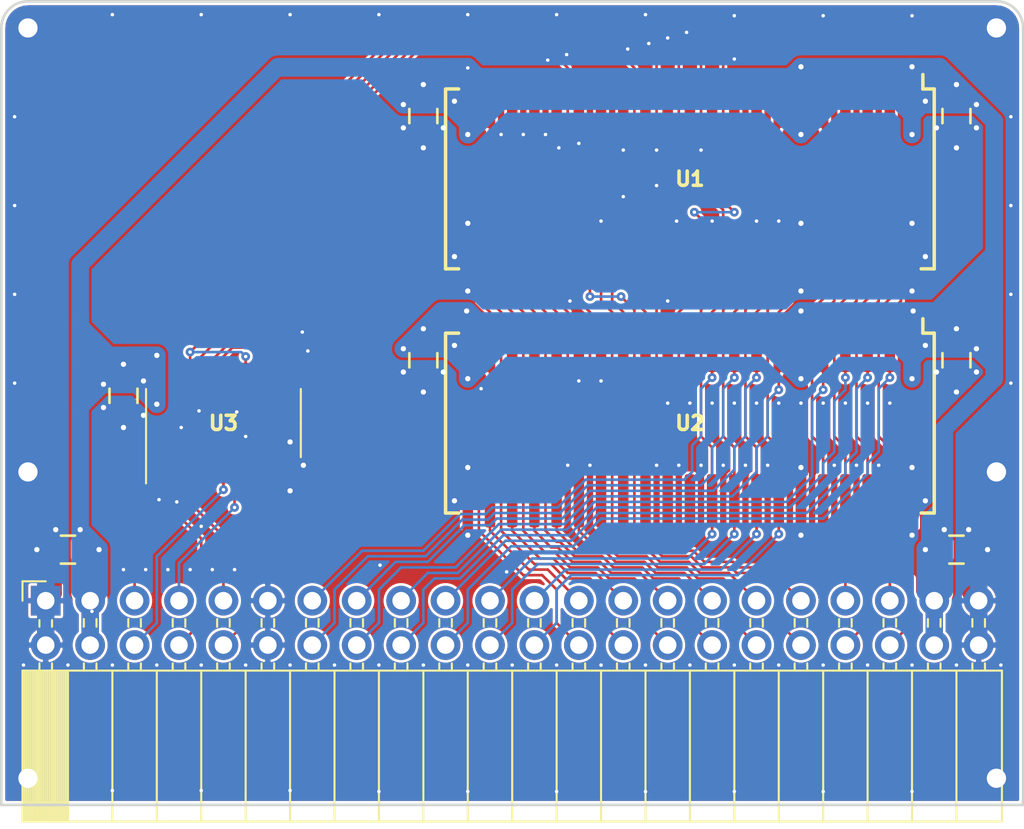
<source format=kicad_pcb>
(kicad_pcb (version 20171130) (host pcbnew "(5.1.10-1-10_14)")
  (layers (0 F.Cu mixed) (31 B.Cu mixed) (34 B.Paste user) (35 F.Paste user) (36 B.SilkS user) (37 F.SilkS user) (38 B.Mask user) (39 F.Mask user) (44 Edge.Cuts user))
  (net 0 "")
  (net 1 +5V)
  (net 2 /~WE~)
  (net 3 GND)
  (net 4 /A0)
  (net 5 /A1)
  (net 6 /A2)
  (net 7 /A3)
  (net 8 /A4)
  (net 9 /A5)
  (net 10 /A6)
  (net 11 /A7)
  (net 12 /A8)
  (net 13 /A9)
  (net 14 /~RAS~)
  (net 15 /DQ7)
  (net 16 /DQ6)
  (net 17 /DQ5)
  (net 18 /DQ4)
  (net 19 /DQ3)
  (net 20 /DQ2)
  (net 21 /DQ1)
  (net 22 /DQ0)
  (net 23 /U~CAS~C)
  (net 24 /L~CAS~C)
  (net 25 /L~CAS~1)
  (net 26 /U~CAS~1)
  (net 27 /U~CAS~D)
  (net 28 /L~CAS~D)
  (net 29 /DQ8)
  (net 30 /DQ10)
  (net 31 /DQ9)
  (net 32 /DQ11)
  (net 33 /DQ12)
  (net 34 /DQ14)
  (net 35 /DQ13)
  (net 36 /DQ15)
  (net 37 /~OE~1)
  (net 38 /~OE~0)
  (net 39 "Net-(U1-Pad11)")
  (net 40 "Net-(U1-Pad12)")
  (net 41 /U~CAS~0)
  (net 42 /L~CAS~0)
  (net 43 "Net-(U1-Pad32)")
  (net 44 "Net-(U2-Pad32)")
  (net 45 "Net-(U2-Pad12)")
  (net 46 "Net-(U2-Pad11)")
  (net 47 "Net-(U1-Pad15)")
  (net 48 "Net-(U1-Pad16)")
  (net 49 "Net-(U2-Pad16)")
  (net 50 "Net-(U2-Pad15)")
  (module stdpads:Fiducial (layer F.Cu) (at 145.796 133.35 180)
    (fp_text reference FID3 hide)
    (fp_text value Fiducial hide)
    (pad ~ smd circle (at 0 0 180) (size 1 1) (layers F.Cu F.Mask) (clearance 0.575))
  )
  (module stdpads:PasteHole_1.1mm_PTH (layer F.Cu) (at 92.964 133.35 180)
    (fp_text reference H4)
    (fp_text value " " hide)
    (pad 1 thru_hole circle (at 0 0 180) (size 2 2) (drill 1.1) (layers *.Cu *.Mask) (net 3 GND))
  )
  (module stdpads:PasteHole_1.1mm_PTH (layer F.Cu) (at 148.336 133.35 180)
    (fp_text reference H1)
    (fp_text value " " hide)
    (pad 1 thru_hole circle (at 0 0 180) (size 2 2) (drill 1.1) (layers *.Cu *.Mask) (net 3 GND))
  )
  (module stdpads:Fiducial (layer F.Cu) (at 95.504 133.35 180)
    (fp_text reference FID4 hide)
    (fp_text value Fiducial hide)
    (pad ~ smd circle (at 0 0 180) (size 1 1) (layers F.Cu F.Mask) (clearance 0.575))
  )
  (module stdpads:C_0805 (layer F.Cu) (at 115.57 109.435 270)
    (fp_text reference C4)
    (fp_text value 2u2)
    (pad 2 smd roundrect (at 0.85 0 270) (size 1.05 1.4) (layers F.Cu F.Paste F.Mask) (net 3 GND))
    (pad 1 smd roundrect (at -0.85 0 270) (size 1.05 1.4) (layers F.Cu F.Paste F.Mask) (net 1 +5V))
  )
  (module stdpads:C_0805 (layer F.Cu) (at 146.05 120.269)
    (fp_text reference C2)
    (fp_text value 2u2)
    (pad 2 smd roundrect (at 0.85 0) (size 1.05 1.4) (layers F.Cu F.Paste F.Mask) (net 3 GND))
    (pad 1 smd roundrect (at -0.85 0) (size 1.05 1.4) (layers F.Cu F.Paste F.Mask) (net 1 +5V))
  )
  (module stdpads:PasteHole_1.1mm_PTH (layer F.Cu) (at 92.964 90.424)
    (fp_text reference H1)
    (fp_text value " " hide)
    (pad 1 thru_hole circle (at 0 0) (size 2 2) (drill 1.1) (layers *.Cu *.Mask) (net 3 GND))
  )
  (module stdpads:Fiducial (layer F.Cu) (at 92.964 118.364 180)
    (fp_text reference FID1 hide)
    (fp_text value Fiducial hide)
    (pad ~ smd circle (at 0 0 180) (size 1 1) (layers F.Cu F.Mask) (clearance 0.575))
  )
  (module stdpads:Fiducial (layer F.Cu) (at 148.336 118.364 180)
    (fp_text reference FID2 hide)
    (fp_text value Fiducial hide)
    (pad ~ smd circle (at 0 0 180) (size 1 1) (layers F.Cu F.Mask) (clearance 0.575))
  )
  (module stdpads:Fiducial (layer F.Cu) (at 95.504 90.424)
    (fp_text reference FID3 hide)
    (fp_text value Fiducial hide)
    (pad ~ smd circle (at 0 0) (size 1 1) (layers F.Cu F.Mask) (clearance 0.575))
  )
  (module stdpads:Fiducial (layer F.Cu) (at 145.796 90.424)
    (fp_text reference FID4 hide)
    (fp_text value Fiducial hide)
    (pad ~ smd circle (at 0 0) (size 1 1) (layers F.Cu F.Mask) (clearance 0.575))
  )
  (module stdpads:PasteHole_1.1mm_PTH (layer F.Cu) (at 92.964 115.824 180)
    (fp_text reference H2)
    (fp_text value " " hide)
    (pad 1 thru_hole circle (at 0 0 180) (size 2 2) (drill 1.1) (layers *.Cu *.Mask) (net 3 GND))
  )
  (module stdpads:PasteHole_1.1mm_PTH (layer F.Cu) (at 148.336 115.824 180)
    (fp_text reference H3)
    (fp_text value " " hide)
    (pad 1 thru_hole circle (at 0 0 180) (size 2 2) (drill 1.1) (layers *.Cu *.Mask) (net 3 GND))
  )
  (module stdpads:PasteHole_1.1mm_PTH (layer F.Cu) (at 148.336 90.424)
    (fp_text reference H4)
    (fp_text value " " hide)
    (pad 1 thru_hole circle (at 0 0) (size 2 2) (drill 1.1) (layers *.Cu *.Mask) (net 3 GND))
  )
  (module stdpads:C_0805 (layer F.Cu) (at 146.05 95.465 270)
    (fp_text reference C7)
    (fp_text value 2u2)
    (pad 2 smd roundrect (at 0.85 0 270) (size 1.05 1.4) (layers F.Cu F.Paste F.Mask) (net 3 GND))
    (pad 1 smd roundrect (at -0.85 0 270) (size 1.05 1.4) (layers F.Cu F.Paste F.Mask) (net 1 +5V))
  )
  (module stdpads:C_0805 (layer F.Cu) (at 115.57 95.465 270)
    (fp_text reference C6)
    (fp_text value 2u2)
    (pad 2 smd roundrect (at 0.85 0 270) (size 1.05 1.4) (layers F.Cu F.Paste F.Mask) (net 3 GND))
    (pad 1 smd roundrect (at -0.85 0 270) (size 1.05 1.4) (layers F.Cu F.Paste F.Mask) (net 1 +5V))
  )
  (module stdpads:C_0805 (layer F.Cu) (at 146.05 109.435 270)
    (fp_text reference C5)
    (fp_text value 2u2)
    (pad 1 smd roundrect (at -0.85 0 270) (size 1.05 1.4) (layers F.Cu F.Paste F.Mask) (net 1 +5V))
    (pad 2 smd roundrect (at 0.85 0 270) (size 1.05 1.4) (layers F.Cu F.Paste F.Mask) (net 3 GND))
  )
  (module stdpads:C_0805 (layer F.Cu) (at 98.425 111.467 270)
    (fp_text reference C3)
    (fp_text value 2u2)
    (pad 1 smd roundrect (at -0.85 0 270) (size 1.05 1.4) (layers F.Cu F.Paste F.Mask) (net 1 +5V))
    (pad 2 smd roundrect (at 0.85 0 270) (size 1.05 1.4) (layers F.Cu F.Paste F.Mask) (net 3 GND))
  )
  (module Connector_PinSocket_2.54mm:PinSocket_2x22_P2.54mm_Horizontal (layer F.Cu) (at 93.98 123.19 90)
    (fp_text reference J1 hide)
    (fp_text value "RAM Exp." hide)
    (pad 44 thru_hole oval (at -2.54 53.34 90) (size 1.7 1.7) (drill 1) (layers *.Cu *.Mask) (net 3 GND))
    (pad 43 thru_hole oval (at 0 53.34 90) (size 1.7 1.7) (drill 1) (layers *.Cu *.Mask) (net 3 GND))
    (pad 42 thru_hole oval (at -2.54 50.8 90) (size 1.7 1.7) (drill 1) (layers *.Cu *.Mask) (net 1 +5V))
    (pad 41 thru_hole oval (at 0 50.8 90) (size 1.7 1.7) (drill 1) (layers *.Cu *.Mask) (net 1 +5V))
    (pad 40 thru_hole oval (at -2.54 48.26 90) (size 1.7 1.7) (drill 1) (layers *.Cu *.Mask) (net 35 /DQ13))
    (pad 39 thru_hole oval (at 0 48.26 90) (size 1.7 1.7) (drill 1) (layers *.Cu *.Mask) (net 36 /DQ15))
    (pad 38 thru_hole oval (at -2.54 45.72 90) (size 1.7 1.7) (drill 1) (layers *.Cu *.Mask) (net 33 /DQ12))
    (pad 37 thru_hole oval (at 0 45.72 90) (size 1.7 1.7) (drill 1) (layers *.Cu *.Mask) (net 34 /DQ14))
    (pad 36 thru_hole oval (at -2.54 43.18 90) (size 1.7 1.7) (drill 1) (layers *.Cu *.Mask) (net 14 /~RAS~))
    (pad 35 thru_hole oval (at 0 43.18 90) (size 1.7 1.7) (drill 1) (layers *.Cu *.Mask) (net 2 /~WE~))
    (pad 34 thru_hole oval (at -2.54 40.64 90) (size 1.7 1.7) (drill 1) (layers *.Cu *.Mask) (net 12 /A8))
    (pad 33 thru_hole oval (at 0 40.64 90) (size 1.7 1.7) (drill 1) (layers *.Cu *.Mask) (net 13 /A9))
    (pad 32 thru_hole oval (at -2.54 38.1 90) (size 1.7 1.7) (drill 1) (layers *.Cu *.Mask) (net 4 /A0))
    (pad 31 thru_hole oval (at 0 38.1 90) (size 1.7 1.7) (drill 1) (layers *.Cu *.Mask) (net 11 /A7))
    (pad 30 thru_hole oval (at -2.54 35.56 90) (size 1.7 1.7) (drill 1) (layers *.Cu *.Mask) (net 5 /A1))
    (pad 29 thru_hole oval (at 0 35.56 90) (size 1.7 1.7) (drill 1) (layers *.Cu *.Mask) (net 10 /A6))
    (pad 28 thru_hole oval (at -2.54 33.02 90) (size 1.7 1.7) (drill 1) (layers *.Cu *.Mask) (net 6 /A2))
    (pad 27 thru_hole oval (at 0 33.02 90) (size 1.7 1.7) (drill 1) (layers *.Cu *.Mask) (net 9 /A5))
    (pad 26 thru_hole oval (at -2.54 30.48 90) (size 1.7 1.7) (drill 1) (layers *.Cu *.Mask) (net 7 /A3))
    (pad 25 thru_hole oval (at 0 30.48 90) (size 1.7 1.7) (drill 1) (layers *.Cu *.Mask) (net 8 /A4))
    (pad 24 thru_hole oval (at -2.54 27.94 90) (size 1.7 1.7) (drill 1) (layers *.Cu *.Mask) (net 31 /DQ9))
    (pad 23 thru_hole oval (at 0 27.94 90) (size 1.7 1.7) (drill 1) (layers *.Cu *.Mask) (net 32 /DQ11))
    (pad 22 thru_hole oval (at -2.54 25.4 90) (size 1.7 1.7) (drill 1) (layers *.Cu *.Mask) (net 29 /DQ8))
    (pad 21 thru_hole oval (at 0 25.4 90) (size 1.7 1.7) (drill 1) (layers *.Cu *.Mask) (net 30 /DQ10))
    (pad 20 thru_hole oval (at -2.54 22.86 90) (size 1.7 1.7) (drill 1) (layers *.Cu *.Mask) (net 19 /DQ3))
    (pad 19 thru_hole oval (at 0 22.86 90) (size 1.7 1.7) (drill 1) (layers *.Cu *.Mask) (net 15 /DQ7))
    (pad 18 thru_hole oval (at -2.54 20.32 90) (size 1.7 1.7) (drill 1) (layers *.Cu *.Mask) (net 20 /DQ2))
    (pad 17 thru_hole oval (at 0 20.32 90) (size 1.7 1.7) (drill 1) (layers *.Cu *.Mask) (net 16 /DQ6))
    (pad 16 thru_hole oval (at -2.54 17.78 90) (size 1.7 1.7) (drill 1) (layers *.Cu *.Mask) (net 21 /DQ1))
    (pad 15 thru_hole oval (at 0 17.78 90) (size 1.7 1.7) (drill 1) (layers *.Cu *.Mask) (net 17 /DQ5))
    (pad 14 thru_hole oval (at -2.54 15.24 90) (size 1.7 1.7) (drill 1) (layers *.Cu *.Mask) (net 22 /DQ0))
    (pad 13 thru_hole oval (at 0 15.24 90) (size 1.7 1.7) (drill 1) (layers *.Cu *.Mask) (net 18 /DQ4))
    (pad 12 thru_hole oval (at -2.54 12.7 90) (size 1.7 1.7) (drill 1) (layers *.Cu *.Mask) (net 3 GND))
    (pad 11 thru_hole oval (at 0 12.7 90) (size 1.7 1.7) (drill 1) (layers *.Cu *.Mask) (net 3 GND))
    (pad 10 thru_hole oval (at -2.54 10.16 90) (size 1.7 1.7) (drill 1) (layers *.Cu *.Mask) (net 27 /U~CAS~D))
    (pad 9 thru_hole oval (at 0 10.16 90) (size 1.7 1.7) (drill 1) (layers *.Cu *.Mask) (net 28 /L~CAS~D))
    (pad 8 thru_hole oval (at -2.54 7.62 90) (size 1.7 1.7) (drill 1) (layers *.Cu *.Mask) (net 25 /L~CAS~1))
    (pad 7 thru_hole oval (at 0 7.62 90) (size 1.7 1.7) (drill 1) (layers *.Cu *.Mask) (net 26 /U~CAS~1))
    (pad 6 thru_hole oval (at -2.54 5.08 90) (size 1.7 1.7) (drill 1) (layers *.Cu *.Mask) (net 23 /U~CAS~C))
    (pad 5 thru_hole oval (at 0 5.08 90) (size 1.7 1.7) (drill 1) (layers *.Cu *.Mask) (net 24 /L~CAS~C))
    (pad 4 thru_hole oval (at -2.54 2.54 90) (size 1.7 1.7) (drill 1) (layers *.Cu *.Mask) (net 1 +5V))
    (pad 3 thru_hole oval (at 0 2.54 90) (size 1.7 1.7) (drill 1) (layers *.Cu *.Mask) (net 1 +5V))
    (pad 2 thru_hole oval (at -2.54 0 90) (size 1.7 1.7) (drill 1) (layers *.Cu *.Mask) (net 3 GND))
    (pad 1 thru_hole rect (at 0 0 90) (size 1.7 1.7) (drill 1) (layers *.Cu *.Mask) (net 3 GND))
  )
  (module stdpads:SOIC-14_3.9mm (layer F.Cu) (at 104.14 113.03)
    (fp_text reference U3)
    (fp_text value 74LS08)
    (fp_text user %R (at 0 0 180) (layer F.SilkS) (effects (font (size 0.8128 0.8128) (thickness 0.2032))))
    (pad 14 smd roundrect (at -3.81 -2.475 90) (size 1.95 0.6) (layers F.Cu F.Paste F.Mask) (net 1 +5V))
    (pad 7 smd roundrect (at 3.81 2.475 90) (size 1.95 0.6) (layers F.Cu F.Paste F.Mask) (net 3 GND))
    (pad 12 smd roundrect (at -1.27 -2.475 90) (size 1.95 0.6) (layers F.Cu F.Paste F.Mask) (net 26 /U~CAS~1))
    (pad 8 smd roundrect (at 3.81 -2.475 90) (size 1.95 0.6) (layers F.Cu F.Paste F.Mask) (net 38 /~OE~0))
    (pad 13 smd roundrect (at -2.54 -2.475 90) (size 1.95 0.6) (layers F.Cu F.Paste F.Mask) (net 25 /L~CAS~1))
    (pad 6 smd roundrect (at 2.54 2.475 90) (size 1.95 0.6) (layers F.Cu F.Paste F.Mask) (net 41 /U~CAS~0))
    (pad 9 smd roundrect (at 2.54 -2.475 90) (size 1.95 0.6) (layers F.Cu F.Paste F.Mask) (net 41 /U~CAS~0))
    (pad 10 smd roundrect (at 1.27 -2.475 90) (size 1.95 0.6) (layers F.Cu F.Paste F.Mask) (net 42 /L~CAS~0))
    (pad 11 smd roundrect (at 0 -2.475 90) (size 1.95 0.6) (layers F.Cu F.Paste F.Mask) (net 37 /~OE~1))
    (pad 2 smd roundrect (at -2.54 2.475 90) (size 1.95 0.6) (layers F.Cu F.Paste F.Mask) (net 28 /L~CAS~D))
    (pad 1 smd roundrect (at -3.81 2.475 90) (size 1.95 0.6) (layers F.Cu F.Paste F.Mask) (net 24 /L~CAS~C))
    (pad 4 smd roundrect (at 0 2.475 90) (size 1.95 0.6) (layers F.Cu F.Paste F.Mask) (net 23 /U~CAS~C))
    (pad 3 smd roundrect (at -1.27 2.475 90) (size 1.95 0.6) (layers F.Cu F.Paste F.Mask) (net 42 /L~CAS~0))
    (pad 5 smd roundrect (at 1.27 2.475 90) (size 1.95 0.6) (layers F.Cu F.Paste F.Mask) (net 27 /U~CAS~D))
  )
  (module stdpads:C_0805 (layer F.Cu) (at 95.25 120.269 180)
    (fp_text reference C1)
    (fp_text value 2u2)
    (pad 1 smd roundrect (at -0.85 0 180) (size 1.05 1.4) (layers F.Cu F.Paste F.Mask) (net 1 +5V))
    (pad 2 smd roundrect (at 0.85 0 180) (size 1.05 1.4) (layers F.Cu F.Paste F.Mask) (net 3 GND))
  )
  (module stdpads:SOJ-42_400mil (layer F.Cu) (at 130.81 99.06 270)
    (fp_text reference U1)
    (fp_text value AS4C1M16F5)
    (fp_text user %R (at 0 0) (layer F.SilkS) (effects (font (size 0.8128 0.8128) (thickness 0.2032))))
    (pad 28 smd roundrect (at 4.445 5.08 270) (size 3.048 0.6) (layers F.Cu F.Paste F.Mask) (net 13 /A9))
    (pad 27 smd roundrect (at 4.445 6.35 270) (size 3.048 0.6) (layers F.Cu F.Paste F.Mask) (net 12 /A8))
    (pad 14 smd roundrect (at -4.445 3.81 270) (size 3.048 0.6) (layers F.Cu F.Paste F.Mask) (net 14 /~RAS~))
    (pad 8 smd roundrect (at -4.445 -3.81 270) (size 3.048 0.6) (layers F.Cu F.Paste F.Mask) (net 17 /DQ5))
    (pad 6 smd roundrect (at -4.445 -6.35 270) (size 3.048 0.6) (layers F.Cu F.Paste F.Mask) (net 1 +5V))
    (pad 1 smd roundrect (at -4.445 -12.7 270) (size 3.048 0.6) (layers F.Cu F.Paste F.Mask) (net 1 +5V))
    (pad 2 smd roundrect (at -4.445 -11.43 270) (size 3.048 0.6) (layers F.Cu F.Paste F.Mask) (net 19 /DQ3))
    (pad 3 smd roundrect (at -4.445 -10.16 270) (size 3.048 0.6) (layers F.Cu F.Paste F.Mask) (net 15 /DQ7))
    (pad 4 smd roundrect (at -4.445 -8.89 270) (size 3.048 0.6) (layers F.Cu F.Paste F.Mask) (net 20 /DQ2))
    (pad 5 smd roundrect (at -4.445 -7.62 270) (size 3.048 0.6) (layers F.Cu F.Paste F.Mask) (net 16 /DQ6))
    (pad 9 smd roundrect (at -4.445 -2.54 270) (size 3.048 0.6) (layers F.Cu F.Paste F.Mask) (net 22 /DQ0))
    (pad 10 smd roundrect (at -4.445 -1.27 270) (size 3.048 0.6) (layers F.Cu F.Paste F.Mask) (net 18 /DQ4))
    (pad 11 smd roundrect (at -4.445 0 270) (size 3.048 0.6) (layers F.Cu F.Paste F.Mask) (net 39 "Net-(U1-Pad11)"))
    (pad 12 smd roundrect (at -4.445 1.27 270) (size 3.048 0.6) (layers F.Cu F.Paste F.Mask) (net 40 "Net-(U1-Pad12)"))
    (pad 13 smd roundrect (at -4.445 2.54 270) (size 3.048 0.6) (layers F.Cu F.Paste F.Mask) (net 2 /~WE~))
    (pad 22 smd roundrect (at 4.445 12.7 270) (size 3.048 0.6) (layers F.Cu F.Paste F.Mask) (net 3 GND))
    (pad 23 smd roundrect (at 4.445 11.43 270) (size 3.048 0.6) (layers F.Cu F.Paste F.Mask) (net 8 /A4))
    (pad 24 smd roundrect (at 4.445 10.16 270) (size 3.048 0.6) (layers F.Cu F.Paste F.Mask) (net 9 /A5))
    (pad 25 smd roundrect (at 4.445 8.89 270) (size 3.048 0.6) (layers F.Cu F.Paste F.Mask) (net 10 /A6))
    (pad 26 smd roundrect (at 4.445 7.62 270) (size 3.048 0.6) (layers F.Cu F.Paste F.Mask) (net 11 /A7))
    (pad 7 smd roundrect (at -4.445 -5.08 270) (size 3.048 0.6) (layers F.Cu F.Paste F.Mask) (net 21 /DQ1))
    (pad 15 smd roundrect (at -4.445 5.08 270) (size 3.048 0.6) (layers F.Cu F.Paste F.Mask) (net 47 "Net-(U1-Pad15)"))
    (pad 16 smd roundrect (at -4.445 6.35 270) (size 3.048 0.6) (layers F.Cu F.Paste F.Mask) (net 48 "Net-(U1-Pad16)"))
    (pad 17 smd roundrect (at -4.445 7.62 270) (size 3.048 0.6) (layers F.Cu F.Paste F.Mask) (net 4 /A0))
    (pad 18 smd roundrect (at -4.445 8.89 270) (size 3.048 0.6) (layers F.Cu F.Paste F.Mask) (net 5 /A1))
    (pad 19 smd roundrect (at -4.445 10.16 270) (size 3.048 0.6) (layers F.Cu F.Paste F.Mask) (net 6 /A2))
    (pad 36 smd roundrect (at 4.445 -5.08 270) (size 3.048 0.6) (layers F.Cu F.Paste F.Mask) (net 31 /DQ9))
    (pad 35 smd roundrect (at 4.445 -3.81 270) (size 3.048 0.6) (layers F.Cu F.Paste F.Mask) (net 32 /DQ11))
    (pad 29 smd roundrect (at 4.445 3.81 270) (size 3.048 0.6) (layers F.Cu F.Paste F.Mask) (net 38 /~OE~0))
    (pad 30 smd roundrect (at 4.445 2.54 270) (size 3.048 0.6) (layers F.Cu F.Paste F.Mask) (net 41 /U~CAS~0))
    (pad 31 smd roundrect (at 4.445 1.27 270) (size 3.048 0.6) (layers F.Cu F.Paste F.Mask) (net 42 /L~CAS~0))
    (pad 32 smd roundrect (at 4.445 0 270) (size 3.048 0.6) (layers F.Cu F.Paste F.Mask) (net 43 "Net-(U1-Pad32)"))
    (pad 33 smd roundrect (at 4.445 -1.27 270) (size 3.048 0.6) (layers F.Cu F.Paste F.Mask) (net 30 /DQ10))
    (pad 34 smd roundrect (at 4.445 -2.54 270) (size 3.048 0.6) (layers F.Cu F.Paste F.Mask) (net 29 /DQ8))
    (pad 37 smd roundrect (at 4.445 -6.35 270) (size 3.048 0.6) (layers F.Cu F.Paste F.Mask) (net 3 GND))
    (pad 38 smd roundrect (at 4.445 -7.62 270) (size 3.048 0.6) (layers F.Cu F.Paste F.Mask) (net 34 /DQ14))
    (pad 40 smd roundrect (at 4.445 -10.16 270) (size 3.048 0.6) (layers F.Cu F.Paste F.Mask) (net 36 /DQ15))
    (pad 39 smd roundrect (at 4.445 -8.89 270) (size 3.048 0.6) (layers F.Cu F.Paste F.Mask) (net 33 /DQ12))
    (pad 21 smd roundrect (at -4.445 12.7 270) (size 3.048 0.6) (layers F.Cu F.Paste F.Mask) (net 1 +5V))
    (pad 20 smd roundrect (at -4.445 11.43 270) (size 3.048 0.6) (layers F.Cu F.Paste F.Mask) (net 7 /A3))
    (pad 42 smd roundrect (at 4.445 -12.7 270) (size 3.048 0.6) (layers F.Cu F.Paste F.Mask) (net 3 GND))
    (pad 41 smd roundrect (at 4.445 -11.43 270) (size 3.048 0.6) (layers F.Cu F.Paste F.Mask) (net 35 /DQ13))
  )
  (module stdpads:SOJ-42_400mil (layer F.Cu) (at 130.81 113.03 270)
    (fp_text reference U2)
    (fp_text value AS4C1M16F5)
    (fp_text user %R (at 0 0) (layer F.SilkS) (effects (font (size 0.8128 0.8128) (thickness 0.2032))))
    (pad 41 smd roundrect (at 4.445 -11.43 270) (size 3.048 0.6) (layers F.Cu F.Paste F.Mask) (net 35 /DQ13))
    (pad 42 smd roundrect (at 4.445 -12.7 270) (size 3.048 0.6) (layers F.Cu F.Paste F.Mask) (net 3 GND))
    (pad 20 smd roundrect (at -4.445 11.43 270) (size 3.048 0.6) (layers F.Cu F.Paste F.Mask) (net 7 /A3))
    (pad 21 smd roundrect (at -4.445 12.7 270) (size 3.048 0.6) (layers F.Cu F.Paste F.Mask) (net 1 +5V))
    (pad 39 smd roundrect (at 4.445 -8.89 270) (size 3.048 0.6) (layers F.Cu F.Paste F.Mask) (net 33 /DQ12))
    (pad 40 smd roundrect (at 4.445 -10.16 270) (size 3.048 0.6) (layers F.Cu F.Paste F.Mask) (net 36 /DQ15))
    (pad 38 smd roundrect (at 4.445 -7.62 270) (size 3.048 0.6) (layers F.Cu F.Paste F.Mask) (net 34 /DQ14))
    (pad 37 smd roundrect (at 4.445 -6.35 270) (size 3.048 0.6) (layers F.Cu F.Paste F.Mask) (net 3 GND))
    (pad 34 smd roundrect (at 4.445 -2.54 270) (size 3.048 0.6) (layers F.Cu F.Paste F.Mask) (net 29 /DQ8))
    (pad 33 smd roundrect (at 4.445 -1.27 270) (size 3.048 0.6) (layers F.Cu F.Paste F.Mask) (net 30 /DQ10))
    (pad 32 smd roundrect (at 4.445 0 270) (size 3.048 0.6) (layers F.Cu F.Paste F.Mask) (net 44 "Net-(U2-Pad32)"))
    (pad 31 smd roundrect (at 4.445 1.27 270) (size 3.048 0.6) (layers F.Cu F.Paste F.Mask) (net 25 /L~CAS~1))
    (pad 30 smd roundrect (at 4.445 2.54 270) (size 3.048 0.6) (layers F.Cu F.Paste F.Mask) (net 26 /U~CAS~1))
    (pad 29 smd roundrect (at 4.445 3.81 270) (size 3.048 0.6) (layers F.Cu F.Paste F.Mask) (net 37 /~OE~1))
    (pad 35 smd roundrect (at 4.445 -3.81 270) (size 3.048 0.6) (layers F.Cu F.Paste F.Mask) (net 32 /DQ11))
    (pad 36 smd roundrect (at 4.445 -5.08 270) (size 3.048 0.6) (layers F.Cu F.Paste F.Mask) (net 31 /DQ9))
    (pad 19 smd roundrect (at -4.445 10.16 270) (size 3.048 0.6) (layers F.Cu F.Paste F.Mask) (net 6 /A2))
    (pad 18 smd roundrect (at -4.445 8.89 270) (size 3.048 0.6) (layers F.Cu F.Paste F.Mask) (net 5 /A1))
    (pad 17 smd roundrect (at -4.445 7.62 270) (size 3.048 0.6) (layers F.Cu F.Paste F.Mask) (net 4 /A0))
    (pad 16 smd roundrect (at -4.445 6.35 270) (size 3.048 0.6) (layers F.Cu F.Paste F.Mask) (net 49 "Net-(U2-Pad16)"))
    (pad 15 smd roundrect (at -4.445 5.08 270) (size 3.048 0.6) (layers F.Cu F.Paste F.Mask) (net 50 "Net-(U2-Pad15)"))
    (pad 7 smd roundrect (at -4.445 -5.08 270) (size 3.048 0.6) (layers F.Cu F.Paste F.Mask) (net 21 /DQ1))
    (pad 26 smd roundrect (at 4.445 7.62 270) (size 3.048 0.6) (layers F.Cu F.Paste F.Mask) (net 11 /A7))
    (pad 25 smd roundrect (at 4.445 8.89 270) (size 3.048 0.6) (layers F.Cu F.Paste F.Mask) (net 10 /A6))
    (pad 24 smd roundrect (at 4.445 10.16 270) (size 3.048 0.6) (layers F.Cu F.Paste F.Mask) (net 9 /A5))
    (pad 23 smd roundrect (at 4.445 11.43 270) (size 3.048 0.6) (layers F.Cu F.Paste F.Mask) (net 8 /A4))
    (pad 22 smd roundrect (at 4.445 12.7 270) (size 3.048 0.6) (layers F.Cu F.Paste F.Mask) (net 3 GND))
    (pad 13 smd roundrect (at -4.445 2.54 270) (size 3.048 0.6) (layers F.Cu F.Paste F.Mask) (net 2 /~WE~))
    (pad 12 smd roundrect (at -4.445 1.27 270) (size 3.048 0.6) (layers F.Cu F.Paste F.Mask) (net 45 "Net-(U2-Pad12)"))
    (pad 11 smd roundrect (at -4.445 0 270) (size 3.048 0.6) (layers F.Cu F.Paste F.Mask) (net 46 "Net-(U2-Pad11)"))
    (pad 10 smd roundrect (at -4.445 -1.27 270) (size 3.048 0.6) (layers F.Cu F.Paste F.Mask) (net 18 /DQ4))
    (pad 9 smd roundrect (at -4.445 -2.54 270) (size 3.048 0.6) (layers F.Cu F.Paste F.Mask) (net 22 /DQ0))
    (pad 5 smd roundrect (at -4.445 -7.62 270) (size 3.048 0.6) (layers F.Cu F.Paste F.Mask) (net 16 /DQ6))
    (pad 4 smd roundrect (at -4.445 -8.89 270) (size 3.048 0.6) (layers F.Cu F.Paste F.Mask) (net 20 /DQ2))
    (pad 3 smd roundrect (at -4.445 -10.16 270) (size 3.048 0.6) (layers F.Cu F.Paste F.Mask) (net 15 /DQ7))
    (pad 2 smd roundrect (at -4.445 -11.43 270) (size 3.048 0.6) (layers F.Cu F.Paste F.Mask) (net 19 /DQ3))
    (pad 1 smd roundrect (at -4.445 -12.7 270) (size 3.048 0.6) (layers F.Cu F.Paste F.Mask) (net 1 +5V))
    (pad 6 smd roundrect (at -4.445 -6.35 270) (size 3.048 0.6) (layers F.Cu F.Paste F.Mask) (net 1 +5V))
    (pad 8 smd roundrect (at -4.445 -3.81 270) (size 3.048 0.6) (layers F.Cu F.Paste F.Mask) (net 17 /DQ5))
    (pad 14 smd roundrect (at -4.445 3.81 270) (size 3.048 0.6) (layers F.Cu F.Paste F.Mask) (net 14 /~RAS~))
    (pad 27 smd roundrect (at 4.445 6.35 270) (size 3.048 0.6) (layers F.Cu F.Paste F.Mask) (net 12 /A8))
    (pad 28 smd roundrect (at 4.445 5.08 270) (size 3.048 0.6) (layers F.Cu F.Paste F.Mask) (net 13 /A9))
  )
  (gr_arc (start 92.964 90.424) (end 92.964 88.9) (angle -90) (layer Edge.Cuts) (width 0.15))
  (gr_arc (start 148.336 90.424) (end 149.86 90.424) (angle -90) (layer Edge.Cuts) (width 0.15))
  (gr_line (start 148.336 88.9) (end 92.964 88.9) (layer Edge.Cuts) (width 0.15))
  (gr_line (start 149.86 134.874) (end 149.86 90.424) (layer Edge.Cuts) (width 0.15))
  (gr_line (start 91.44 134.874) (end 149.86 134.874) (layer Edge.Cuts) (width 0.15))
  (gr_line (start 91.44 90.424) (end 91.44 134.874) (layer Edge.Cuts) (width 0.15))
  (via (at 137.16 96.52) (size 0.6) (drill 0.3) (layers F.Cu B.Cu) (net 1))
  (segment (start 137.16 94.59) (end 137.16 96.52) (width 0.6) (layer F.Cu) (net 1))
  (via (at 137.16 92.6465) (size 0.6) (drill 0.3) (layers F.Cu B.Cu) (net 1))
  (segment (start 137.16 94.59) (end 137.16 92.6465) (width 0.6) (layer F.Cu) (net 1))
  (via (at 137.16 106.6165) (size 0.6) (drill 0.3) (layers F.Cu B.Cu) (net 1))
  (segment (start 137.16 108.56) (end 137.16 106.6165) (width 0.6) (layer F.Cu) (net 1))
  (via (at 137.16 110.49) (size 0.6) (drill 0.3) (layers F.Cu B.Cu) (net 1))
  (segment (start 137.16 108.56) (end 137.16 110.49) (width 0.6) (layer F.Cu) (net 1))
  (via (at 143.51 110.49) (size 0.6) (drill 0.3) (layers F.Cu B.Cu) (net 1))
  (segment (start 143.51 108.56) (end 143.51 110.49) (width 0.6) (layer F.Cu) (net 1))
  (via (at 143.5735 106.6165) (size 0.6) (drill 0.3) (layers F.Cu B.Cu) (net 1))
  (via (at 143.51 96.52) (size 0.6) (drill 0.3) (layers F.Cu B.Cu) (net 1))
  (segment (start 143.51 94.59) (end 143.51 96.52) (width 0.6) (layer F.Cu) (net 1))
  (via (at 143.51 92.6465) (size 0.6) (drill 0.3) (layers F.Cu B.Cu) (net 1))
  (segment (start 143.51 94.59) (end 143.51 92.6465) (width 0.6) (layer F.Cu) (net 1))
  (via (at 118.11 96.52) (size 0.6) (drill 0.3) (layers F.Cu B.Cu) (net 1))
  (segment (start 118.11 94.59) (end 118.11 96.52) (width 0.6) (layer F.Cu) (net 1))
  (via (at 118.11 110.49) (size 0.6) (drill 0.3) (layers F.Cu B.Cu) (net 1))
  (segment (start 118.11 108.56) (end 118.11 110.49) (width 0.6) (layer F.Cu) (net 1))
  (segment (start 118.085 94.615) (end 117.348 94.615) (width 0.6) (layer F.Cu) (net 1))
  (via (at 117.348 94.615) (size 0.6) (drill 0.3) (layers F.Cu B.Cu) (net 1))
  (segment (start 118.11 94.59) (end 118.085 94.615) (width 0.6) (layer F.Cu) (net 1))
  (via (at 144.272 94.615) (size 0.6) (drill 0.3) (layers F.Cu B.Cu) (net 1))
  (segment (start 143.535 94.615) (end 144.272 94.615) (width 0.6) (layer F.Cu) (net 1))
  (segment (start 143.51 94.59) (end 143.535 94.615) (width 0.6) (layer F.Cu) (net 1))
  (via (at 144.272 108.585) (size 0.6) (drill 0.3) (layers F.Cu B.Cu) (net 1))
  (segment (start 143.535 108.585) (end 144.272 108.585) (width 0.6) (layer F.Cu) (net 1))
  (segment (start 143.51 108.56) (end 143.535 108.585) (width 0.6) (layer F.Cu) (net 1))
  (via (at 117.348 108.585) (size 0.6) (drill 0.3) (layers F.Cu B.Cu) (net 1))
  (segment (start 118.085 108.585) (end 117.348 108.585) (width 0.6) (layer F.Cu) (net 1))
  (segment (start 118.11 108.56) (end 118.085 108.585) (width 0.6) (layer F.Cu) (net 1))
  (via (at 146.05 93.6625) (size 0.6) (drill 0.3) (layers F.Cu B.Cu) (net 1))
  (segment (start 146.05 94.615) (end 146.05 93.6625) (width 0.6) (layer F.Cu) (net 1))
  (segment (start 146.05 94.615) (end 144.272 94.615) (width 0.6) (layer F.Cu) (net 1))
  (via (at 147.193 94.8055) (size 0.6) (drill 0.3) (layers F.Cu B.Cu) (net 1))
  (segment (start 147.0025 94.615) (end 147.193 94.8055) (width 0.6) (layer F.Cu) (net 1))
  (segment (start 146.05 94.615) (end 147.0025 94.615) (width 0.6) (layer F.Cu) (net 1))
  (via (at 146.05 107.6325) (size 0.6) (drill 0.3) (layers F.Cu B.Cu) (net 1))
  (segment (start 146.05 108.585) (end 146.05 107.6325) (width 0.6) (layer F.Cu) (net 1))
  (via (at 147.193 108.7755) (size 0.6) (drill 0.3) (layers F.Cu B.Cu) (net 1))
  (segment (start 146.05 108.585) (end 147.0025 108.585) (width 0.6) (layer F.Cu) (net 1))
  (segment (start 147.0025 108.585) (end 147.193 108.7755) (width 0.6) (layer F.Cu) (net 1))
  (segment (start 115.57 108.585) (end 117.348 108.585) (width 0.6) (layer F.Cu) (net 1))
  (via (at 114.427 108.7755) (size 0.6) (drill 0.3) (layers F.Cu B.Cu) (net 1))
  (segment (start 114.6175 108.585) (end 114.427 108.7755) (width 0.6) (layer F.Cu) (net 1))
  (segment (start 115.57 108.585) (end 114.6175 108.585) (width 0.6) (layer F.Cu) (net 1))
  (via (at 115.57 107.6325) (size 0.6) (drill 0.3) (layers F.Cu B.Cu) (net 1))
  (segment (start 115.57 108.585) (end 115.57 107.6325) (width 0.6) (layer F.Cu) (net 1))
  (segment (start 115.57 94.615) (end 117.348 94.615) (width 0.6) (layer F.Cu) (net 1))
  (segment (start 115.57 94.615) (end 115.57 93.6625) (width 0.6) (layer F.Cu) (net 1))
  (segment (start 114.6175 94.615) (end 114.427 94.8055) (width 0.6) (layer F.Cu) (net 1))
  (segment (start 115.57 94.615) (end 114.6175 94.615) (width 0.6) (layer F.Cu) (net 1))
  (via (at 114.427 94.8055) (size 0.6) (drill 0.3) (layers F.Cu B.Cu) (net 1))
  (via (at 115.57 93.6625) (size 0.6) (drill 0.3) (layers F.Cu B.Cu) (net 1))
  (via (at 145.3515 119.126) (size 0.6) (drill 0.3) (layers F.Cu B.Cu) (net 1))
  (segment (start 145.2 119.2775) (end 145.3515 119.126) (width 0.6) (layer F.Cu) (net 1))
  (segment (start 145.2 120.269) (end 145.2 119.2775) (width 0.6) (layer F.Cu) (net 1))
  (via (at 144.272 120.269) (size 0.6) (drill 0.3) (layers F.Cu B.Cu) (net 1))
  (segment (start 145.2 120.269) (end 144.272 120.269) (width 0.6) (layer F.Cu) (net 1))
  (segment (start 96.1 120.269) (end 97.028 120.269) (width 0.6) (layer F.Cu) (net 1))
  (via (at 97.028 120.269) (size 0.6) (drill 0.3) (layers F.Cu B.Cu) (net 1))
  (segment (start 96.1 120.269) (end 96.1 119.2775) (width 0.6) (layer F.Cu) (net 1))
  (segment (start 96.1 119.2775) (end 95.9485 119.126) (width 0.6) (layer F.Cu) (net 1))
  (via (at 95.9485 119.126) (size 0.6) (drill 0.3) (layers F.Cu B.Cu) (net 1))
  (segment (start 145.2 122.77) (end 144.78 123.19) (width 1) (layer F.Cu) (net 1))
  (segment (start 145.2 120.269) (end 145.2 122.77) (width 1) (layer F.Cu) (net 1))
  (segment (start 144.78 123.19) (end 144.78 125.73) (width 1) (layer F.Cu) (net 1))
  (segment (start 96.52 123.19) (end 96.52 125.73) (width 1) (layer F.Cu) (net 1))
  (segment (start 96.1 122.77) (end 96.52 123.19) (width 1) (layer F.Cu) (net 1))
  (segment (start 96.1 120.269) (end 96.1 122.77) (width 1) (layer F.Cu) (net 1))
  (segment (start 144.78 123.19) (end 144.78 125.73) (width 1) (layer B.Cu) (net 1))
  (segment (start 96.52 123.19) (end 96.52 125.73) (width 1) (layer B.Cu) (net 1))
  (segment (start 145.3515 122.6185) (end 144.78 123.19) (width 1) (layer B.Cu) (net 1))
  (segment (start 145.3515 119.126) (end 145.3515 122.6185) (width 1) (layer B.Cu) (net 1))
  (segment (start 144.272 120.2055) (end 145.3515 119.126) (width 1) (layer B.Cu) (net 1))
  (segment (start 144.272 120.269) (end 144.272 120.2055) (width 1) (layer B.Cu) (net 1))
  (segment (start 144.272 122.682) (end 144.272 120.269) (width 1) (layer B.Cu) (net 1))
  (segment (start 144.78 123.19) (end 144.272 122.682) (width 1) (layer B.Cu) (net 1))
  (segment (start 144.78 119.6975) (end 145.3515 119.126) (width 1) (layer B.Cu) (net 1))
  (segment (start 144.78 123.19) (end 144.78 119.6975) (width 1) (layer B.Cu) (net 1))
  (segment (start 97.028 120.2055) (end 97.028 120.269) (width 1) (layer B.Cu) (net 1))
  (segment (start 95.9485 119.126) (end 97.028 120.2055) (width 1) (layer B.Cu) (net 1))
  (segment (start 97.028 122.682) (end 96.52 123.19) (width 1) (layer B.Cu) (net 1))
  (segment (start 97.028 120.269) (end 97.028 122.682) (width 1) (layer B.Cu) (net 1))
  (segment (start 95.9485 122.6185) (end 96.52 123.19) (width 1) (layer B.Cu) (net 1))
  (segment (start 95.9485 119.126) (end 95.9485 122.6185) (width 1) (layer B.Cu) (net 1))
  (segment (start 96.52 119.6975) (end 95.9485 119.126) (width 1) (layer B.Cu) (net 1))
  (segment (start 96.52 123.19) (end 96.52 119.6975) (width 1) (layer B.Cu) (net 1))
  (via (at 118.11 92.71) (size 0.5) (drill 0.2) (layers F.Cu B.Cu) (net 1))
  (segment (start 118.11 94.59) (end 118.11 92.71) (width 0.5) (layer F.Cu) (net 1))
  (segment (start 145.3515 119.126) (end 145.3515 113.3475) (width 1) (layer B.Cu) (net 1))
  (segment (start 145.3515 113.3475) (end 148.209 110.49) (width 1) (layer B.Cu) (net 1))
  (segment (start 147.2565 108.7755) (end 147.193 108.7755) (width 1) (layer B.Cu) (net 1))
  (segment (start 148.209 109.728) (end 147.2565 108.7755) (width 1) (layer B.Cu) (net 1))
  (segment (start 147.066 108.585) (end 148.209 109.728) (width 1) (layer B.Cu) (net 1))
  (segment (start 144.272 108.585) (end 147.066 108.585) (width 1) (layer B.Cu) (net 1))
  (segment (start 144.4625 108.7755) (end 144.272 108.585) (width 1) (layer B.Cu) (net 1))
  (segment (start 147.193 108.7755) (end 144.4625 108.7755) (width 1) (layer B.Cu) (net 1))
  (segment (start 145.034 106.6165) (end 147.193 108.7755) (width 1) (layer B.Cu) (net 1))
  (segment (start 143.51 106.6165) (end 145.034 106.6165) (width 1) (layer B.Cu) (net 1))
  (segment (start 143.51 107.823) (end 144.272 108.585) (width 1) (layer B.Cu) (net 1))
  (segment (start 143.51 106.6165) (end 143.51 107.823) (width 1) (layer B.Cu) (net 1))
  (segment (start 145.669 108.7755) (end 147.193 108.7755) (width 1) (layer B.Cu) (net 1))
  (segment (start 143.51 106.6165) (end 145.669 108.7755) (width 1) (layer B.Cu) (net 1))
  (segment (start 147.193 108.7755) (end 147.066 108.7755) (width 1) (layer B.Cu) (net 1))
  (segment (start 147.066 108.7755) (end 144.907 106.6165) (width 1) (layer B.Cu) (net 1))
  (segment (start 144.272 108.585) (end 139.1285 108.585) (width 1) (layer B.Cu) (net 1))
  (segment (start 144.272 108.585) (end 139.065 108.585) (width 1) (layer B.Cu) (net 1))
  (segment (start 137.16 110.49) (end 137.16 106.6165) (width 1) (layer B.Cu) (net 1))
  (segment (start 117.348 108.585) (end 135.1915 108.585) (width 1) (layer B.Cu) (net 1))
  (segment (start 117.348 108.585) (end 135.255 108.585) (width 1) (layer B.Cu) (net 1))
  (segment (start 118.11 109.347) (end 118.11 110.49) (width 1) (layer B.Cu) (net 1))
  (segment (start 117.348 108.585) (end 118.11 109.347) (width 1) (layer B.Cu) (net 1))
  (segment (start 117.348 108.585) (end 118.11 107.823) (width 1) (layer B.Cu) (net 1))
  (segment (start 143.51 109.347) (end 144.272 108.585) (width 1) (layer B.Cu) (net 1))
  (segment (start 143.51 110.49) (end 143.51 109.347) (width 1) (layer B.Cu) (net 1))
  (segment (start 142.748 108.585) (end 143.51 107.823) (width 1) (layer B.Cu) (net 1))
  (segment (start 139.065 108.585) (end 142.748 108.585) (width 1) (layer B.Cu) (net 1))
  (segment (start 142.748 108.585) (end 143.51 109.347) (width 1) (layer B.Cu) (net 1))
  (segment (start 144.0815 108.7755) (end 143.51 109.347) (width 1) (layer B.Cu) (net 1))
  (segment (start 147.193 108.7755) (end 144.0815 108.7755) (width 1) (layer B.Cu) (net 1))
  (segment (start 135.255 108.585) (end 139.065 108.585) (width 1) (layer B.Cu) (net 1))
  (segment (start 137.8585 107.315) (end 137.82675 107.28325) (width 1) (layer B.Cu) (net 1))
  (segment (start 137.8585 109.7915) (end 137.8585 107.315) (width 1) (layer B.Cu) (net 1))
  (segment (start 137.8585 109.7915) (end 137.16 110.49) (width 1) (layer B.Cu) (net 1))
  (segment (start 137.82675 107.28325) (end 137.16 106.6165) (width 1) (layer B.Cu) (net 1))
  (segment (start 139.1285 108.585) (end 137.82675 107.28325) (width 1) (layer B.Cu) (net 1))
  (segment (start 139.065 108.585) (end 137.8585 109.7915) (width 1) (layer B.Cu) (net 1))
  (segment (start 136.398 107.3785) (end 136.55675 107.21975) (width 1) (layer B.Cu) (net 1))
  (segment (start 136.398 109.728) (end 136.398 107.3785) (width 1) (layer B.Cu) (net 1))
  (segment (start 136.55675 107.21975) (end 137.16 106.6165) (width 1) (layer B.Cu) (net 1))
  (segment (start 135.255 108.585) (end 136.398 109.728) (width 1) (layer B.Cu) (net 1))
  (segment (start 135.1915 108.585) (end 136.55675 107.21975) (width 1) (layer B.Cu) (net 1))
  (segment (start 136.398 109.728) (end 137.16 110.49) (width 1) (layer B.Cu) (net 1))
  (segment (start 145.0975 106.6165) (end 148.209 109.728) (width 1) (layer B.Cu) (net 1))
  (segment (start 144.907 106.6165) (end 145.0975 106.6165) (width 1) (layer B.Cu) (net 1))
  (segment (start 114.427 108.7755) (end 117.0305 108.7755) (width 1) (layer B.Cu) (net 1))
  (segment (start 118.11 109.855) (end 118.11 110.49) (width 1) (layer B.Cu) (net 1))
  (segment (start 117.0305 108.7755) (end 118.11 109.855) (width 1) (layer B.Cu) (net 1))
  (segment (start 116.3955 107.6325) (end 117.348 108.585) (width 1) (layer B.Cu) (net 1))
  (segment (start 115.57 107.6325) (end 116.3955 107.6325) (width 1) (layer B.Cu) (net 1))
  (segment (start 114.427 108.7755) (end 114.9985 108.7755) (width 1) (layer B.Cu) (net 1))
  (segment (start 120.0785 108.585) (end 135.1915 108.585) (width 1) (layer B.Cu) (net 1))
  (segment (start 135.1915 108.585) (end 120.015 108.585) (width 1) (layer B.Cu) (net 1))
  (segment (start 118.745 107.2515) (end 118.71325 107.21975) (width 1) (layer B.Cu) (net 1))
  (segment (start 120.015 108.585) (end 118.745 109.855) (width 1) (layer B.Cu) (net 1))
  (segment (start 118.745 109.855) (end 118.745 107.2515) (width 1) (layer B.Cu) (net 1))
  (segment (start 118.71325 107.21975) (end 120.0785 108.585) (width 1) (layer B.Cu) (net 1))
  (segment (start 118.745 109.855) (end 118.11 110.49) (width 1) (layer B.Cu) (net 1))
  (segment (start 135.9535 107.823) (end 137.16 106.6165) (width 1) (layer B.Cu) (net 1))
  (segment (start 118.11 107.823) (end 135.9535 107.823) (width 1) (layer B.Cu) (net 1))
  (segment (start 137.16 106.6165) (end 143.51 106.6165) (width 1) (layer B.Cu) (net 1))
  (segment (start 137.16 106.6165) (end 138.1379 107.5944) (width 1) (layer B.Cu) (net 1))
  (segment (start 142.5321 107.5944) (end 143.51 106.6165) (width 1) (layer B.Cu) (net 1))
  (segment (start 138.1379 107.5944) (end 142.5321 107.5944) (width 1) (layer B.Cu) (net 1))
  (segment (start 136.5885 107.188) (end 137.16 106.6165) (width 1) (layer B.Cu) (net 1))
  (segment (start 118.6815 107.188) (end 136.5885 107.188) (width 1) (layer B.Cu) (net 1))
  (segment (start 118.11 106.6165) (end 118.6815 107.188) (width 1) (layer B.Cu) (net 1))
  (segment (start 118.11 106.6165) (end 117.1575 106.6165) (width 1) (layer B.Cu) (net 1))
  (via (at 118.0465 106.6165) (size 0.6) (drill 0.3) (layers F.Cu B.Cu) (net 1))
  (segment (start 117.1575 106.6165) (end 114.9985 108.7755) (width 1) (layer B.Cu) (net 1))
  (segment (start 115.951 108.7755) (end 114.9985 108.7755) (width 1) (layer B.Cu) (net 1))
  (segment (start 116.586 106.6165) (end 114.427 108.7755) (width 1) (layer B.Cu) (net 1))
  (segment (start 118.11 106.6165) (end 116.586 106.6165) (width 1) (layer B.Cu) (net 1))
  (segment (start 118.11 106.6165) (end 118.71325 107.21975) (width 1) (layer B.Cu) (net 1))
  (segment (start 118.11 106.6165) (end 115.951 108.7755) (width 1) (layer B.Cu) (net 1))
  (segment (start 118.11 107.823) (end 118.11 106.6165) (width 1) (layer B.Cu) (net 1))
  (segment (start 118.11 106.6165) (end 118.11 110.49) (width 1) (layer B.Cu) (net 1))
  (segment (start 118.11 106.68) (end 118.0465 106.6165) (width 0.6) (layer F.Cu) (net 1))
  (segment (start 118.11 108.56) (end 118.11 106.68) (width 0.6) (layer F.Cu) (net 1))
  (segment (start 143.51 106.68) (end 143.5735 106.6165) (width 0.6) (layer F.Cu) (net 1))
  (segment (start 143.51 108.56) (end 143.51 106.68) (width 0.6) (layer F.Cu) (net 1))
  (segment (start 137.16 92.6465) (end 143.51 92.6465) (width 1) (layer B.Cu) (net 1))
  (segment (start 117.0305 94.8055) (end 118.11 95.885) (width 1) (layer B.Cu) (net 1))
  (segment (start 137.82675 93.31325) (end 137.16 92.6465) (width 1) (layer B.Cu) (net 1))
  (segment (start 137.8585 95.8215) (end 137.16 96.52) (width 1) (layer B.Cu) (net 1))
  (segment (start 137.8585 93.345) (end 137.82675 93.31325) (width 1) (layer B.Cu) (net 1))
  (segment (start 137.8585 95.8215) (end 137.8585 93.345) (width 1) (layer B.Cu) (net 1))
  (segment (start 139.065 94.615) (end 137.8585 95.8215) (width 1) (layer B.Cu) (net 1))
  (segment (start 139.1285 94.615) (end 137.82675 93.31325) (width 1) (layer B.Cu) (net 1))
  (segment (start 135.255 94.615) (end 139.065 94.615) (width 1) (layer B.Cu) (net 1))
  (segment (start 118.11 95.885) (end 118.11 96.52) (width 1) (layer B.Cu) (net 1))
  (segment (start 118.11 92.6465) (end 116.586 92.6465) (width 1) (layer B.Cu) (net 1))
  (segment (start 118.11 93.853) (end 118.11 92.6465) (width 1) (layer B.Cu) (net 1))
  (segment (start 116.586 92.6465) (end 114.427 94.8055) (width 1) (layer B.Cu) (net 1))
  (segment (start 118.11 92.6465) (end 118.71325 93.24975) (width 1) (layer B.Cu) (net 1))
  (segment (start 118.11 92.6465) (end 118.11 96.52) (width 1) (layer B.Cu) (net 1))
  (segment (start 118.11 92.6465) (end 115.951 94.8055) (width 1) (layer B.Cu) (net 1))
  (segment (start 115.951 94.8055) (end 114.9985 94.8055) (width 1) (layer B.Cu) (net 1))
  (segment (start 117.1575 92.6465) (end 114.9985 94.8055) (width 1) (layer B.Cu) (net 1))
  (segment (start 147.066 94.8055) (end 144.907 92.6465) (width 1) (layer B.Cu) (net 1))
  (segment (start 117.348 94.615) (end 118.11 93.853) (width 1) (layer B.Cu) (net 1))
  (segment (start 143.51 92.6465) (end 145.034 92.6465) (width 1) (layer B.Cu) (net 1))
  (segment (start 118.11 95.377) (end 118.11 96.52) (width 1) (layer B.Cu) (net 1))
  (segment (start 148.209 95.758) (end 147.2565 94.8055) (width 1) (layer B.Cu) (net 1))
  (segment (start 144.272 94.615) (end 139.1285 94.615) (width 1) (layer B.Cu) (net 1))
  (segment (start 144.272 94.615) (end 139.065 94.615) (width 1) (layer B.Cu) (net 1))
  (segment (start 137.16 96.52) (end 137.16 92.6465) (width 1) (layer B.Cu) (net 1))
  (segment (start 147.193 94.8055) (end 147.066 94.8055) (width 1) (layer B.Cu) (net 1))
  (segment (start 147.2565 94.8055) (end 147.193 94.8055) (width 1) (layer B.Cu) (net 1))
  (segment (start 145.034 92.6465) (end 147.193 94.8055) (width 1) (layer B.Cu) (net 1))
  (segment (start 117.348 94.615) (end 118.11 95.377) (width 1) (layer B.Cu) (net 1))
  (segment (start 117.348 94.615) (end 135.1915 94.615) (width 1) (layer B.Cu) (net 1))
  (segment (start 117.348 94.615) (end 135.255 94.615) (width 1) (layer B.Cu) (net 1))
  (segment (start 144.907 92.6465) (end 145.0975 92.6465) (width 1) (layer B.Cu) (net 1))
  (segment (start 145.0975 92.6465) (end 148.209 95.758) (width 1) (layer B.Cu) (net 1))
  (segment (start 118.11 92.6465) (end 118.6815 93.218) (width 1) (layer B.Cu) (net 1))
  (segment (start 118.11 92.6465) (end 117.1575 92.6465) (width 1) (layer B.Cu) (net 1))
  (segment (start 136.398 95.758) (end 137.16 96.52) (width 1) (layer B.Cu) (net 1))
  (segment (start 136.398 93.4085) (end 136.55675 93.24975) (width 1) (layer B.Cu) (net 1))
  (segment (start 136.398 95.758) (end 136.398 93.4085) (width 1) (layer B.Cu) (net 1))
  (segment (start 135.1915 94.615) (end 136.55675 93.24975) (width 1) (layer B.Cu) (net 1))
  (segment (start 135.255 94.615) (end 136.398 95.758) (width 1) (layer B.Cu) (net 1))
  (segment (start 136.55675 93.24975) (end 137.16 92.6465) (width 1) (layer B.Cu) (net 1))
  (segment (start 139.065 94.615) (end 142.748 94.615) (width 1) (layer B.Cu) (net 1))
  (segment (start 143.51 92.6465) (end 143.51 93.853) (width 1) (layer B.Cu) (net 1))
  (segment (start 143.51 92.6465) (end 145.669 94.8055) (width 1) (layer B.Cu) (net 1))
  (segment (start 145.669 94.8055) (end 147.193 94.8055) (width 1) (layer B.Cu) (net 1))
  (segment (start 143.51 95.377) (end 144.272 94.615) (width 1) (layer B.Cu) (net 1))
  (segment (start 136.5885 93.218) (end 137.16 92.6465) (width 1) (layer B.Cu) (net 1))
  (segment (start 118.6815 93.218) (end 136.5885 93.218) (width 1) (layer B.Cu) (net 1))
  (segment (start 142.5321 93.6244) (end 143.51 92.6465) (width 1) (layer B.Cu) (net 1))
  (segment (start 138.1379 93.6244) (end 142.5321 93.6244) (width 1) (layer B.Cu) (net 1))
  (segment (start 114.427 94.8055) (end 114.9985 94.8055) (width 1) (layer B.Cu) (net 1))
  (segment (start 135.1915 94.615) (end 120.015 94.615) (width 1) (layer B.Cu) (net 1))
  (segment (start 120.0785 94.615) (end 135.1915 94.615) (width 1) (layer B.Cu) (net 1))
  (segment (start 114.427 94.8055) (end 117.0305 94.8055) (width 1) (layer B.Cu) (net 1))
  (segment (start 120.015 94.615) (end 118.745 95.885) (width 1) (layer B.Cu) (net 1))
  (segment (start 137.16 92.6465) (end 138.1379 93.6244) (width 1) (layer B.Cu) (net 1))
  (segment (start 118.745 93.2815) (end 118.71325 93.24975) (width 1) (layer B.Cu) (net 1))
  (segment (start 118.11 93.853) (end 135.9535 93.853) (width 1) (layer B.Cu) (net 1))
  (segment (start 135.9535 93.853) (end 137.16 92.6465) (width 1) (layer B.Cu) (net 1))
  (segment (start 118.745 95.885) (end 118.11 96.52) (width 1) (layer B.Cu) (net 1))
  (segment (start 142.748 94.615) (end 143.51 95.377) (width 1) (layer B.Cu) (net 1))
  (segment (start 118.71325 93.24975) (end 120.0785 94.615) (width 1) (layer B.Cu) (net 1))
  (segment (start 118.745 95.885) (end 118.745 93.2815) (width 1) (layer B.Cu) (net 1))
  (segment (start 147.193 94.8055) (end 144.0815 94.8055) (width 1) (layer B.Cu) (net 1))
  (segment (start 144.0815 94.8055) (end 143.51 95.377) (width 1) (layer B.Cu) (net 1))
  (segment (start 144.4625 94.8055) (end 144.272 94.615) (width 1) (layer B.Cu) (net 1))
  (segment (start 147.193 94.8055) (end 144.4625 94.8055) (width 1) (layer B.Cu) (net 1))
  (segment (start 142.748 94.615) (end 143.51 93.853) (width 1) (layer B.Cu) (net 1))
  (segment (start 144.272 94.615) (end 147.066 94.615) (width 1) (layer B.Cu) (net 1))
  (segment (start 147.066 94.615) (end 148.209 95.758) (width 1) (layer B.Cu) (net 1))
  (segment (start 143.51 93.853) (end 144.272 94.615) (width 1) (layer B.Cu) (net 1))
  (segment (start 143.51 96.52) (end 143.51 95.377) (width 1) (layer B.Cu) (net 1))
  (segment (start 148.209 103.3145) (end 148.209 95.758) (width 1) (layer B.Cu) (net 1))
  (segment (start 144.907 106.6165) (end 148.209 103.3145) (width 1) (layer B.Cu) (net 1))
  (segment (start 144.907 106.6165) (end 146.2405 106.6165) (width 1) (layer B.Cu) (net 1))
  (segment (start 148.209 104.648) (end 148.209 103.3145) (width 1) (layer B.Cu) (net 1))
  (segment (start 146.2405 106.6165) (end 148.209 104.648) (width 1) (layer B.Cu) (net 1))
  (segment (start 144.907 106.6165) (end 146.4945 106.6165) (width 1) (layer B.Cu) (net 1))
  (segment (start 148.209 108.331) (end 148.209 110.49) (width 1) (layer B.Cu) (net 1))
  (segment (start 146.4945 106.6165) (end 148.209 108.331) (width 1) (layer B.Cu) (net 1))
  (segment (start 146.2405 106.6165) (end 147.5105 106.6165) (width 1) (layer B.Cu) (net 1))
  (segment (start 148.209 105.918) (end 148.209 104.648) (width 1) (layer B.Cu) (net 1))
  (segment (start 147.5105 106.6165) (end 148.209 105.918) (width 1) (layer B.Cu) (net 1))
  (segment (start 147.6375 106.6165) (end 148.209 107.188) (width 1) (layer B.Cu) (net 1))
  (segment (start 147.5105 106.6165) (end 147.6375 106.6165) (width 1) (layer B.Cu) (net 1))
  (segment (start 148.209 107.188) (end 148.209 103.3145) (width 1) (layer B.Cu) (net 1))
  (segment (start 148.209 110.49) (end 148.209 107.188) (width 1) (layer B.Cu) (net 1))
  (segment (start 144.272 120.269) (end 144.526 120.015) (width 1) (layer B.Cu) (net 1))
  (segment (start 144.526 120.015) (end 144.526 118.618) (width 1) (layer B.Cu) (net 1))
  (segment (start 145.3515 117.7925) (end 145.3515 113.3475) (width 1) (layer B.Cu) (net 1))
  (segment (start 144.526 118.618) (end 145.3515 117.7925) (width 1) (layer B.Cu) (net 1))
  (via (at 99.568 110.617) (size 0.6) (drill 0.3) (layers F.Cu B.Cu) (net 1))
  (segment (start 100.268 110.617) (end 99.568 110.617) (width 0.6) (layer F.Cu) (net 1))
  (segment (start 100.33 110.555) (end 100.268 110.617) (width 0.6) (layer F.Cu) (net 1))
  (segment (start 98.425 110.617) (end 99.568 110.617) (width 0.6) (layer F.Cu) (net 1))
  (via (at 100.33 109.1565) (size 0.6) (drill 0.3) (layers F.Cu B.Cu) (net 1))
  (segment (start 100.33 110.555) (end 100.33 109.1565) (width 0.6) (layer F.Cu) (net 1))
  (via (at 100.33 111.9505) (size 0.6) (drill 0.3) (layers F.Cu B.Cu) (net 1))
  (segment (start 100.33 110.555) (end 100.33 111.9505) (width 0.6) (layer F.Cu) (net 1))
  (via (at 97.282 110.8075) (size 0.6) (drill 0.3) (layers F.Cu B.Cu) (net 1))
  (segment (start 97.4725 110.617) (end 97.282 110.8075) (width 0.6) (layer F.Cu) (net 1))
  (segment (start 98.425 110.617) (end 97.4725 110.617) (width 0.6) (layer F.Cu) (net 1))
  (via (at 98.425 109.6645) (size 0.6) (drill 0.3) (layers F.Cu B.Cu) (net 1))
  (segment (start 98.425 110.617) (end 98.425 109.6645) (width 0.6) (layer F.Cu) (net 1))
  (segment (start 97.282 110.8075) (end 99.259502 110.8075) (width 1) (layer B.Cu) (net 1))
  (segment (start 98.933 109.1565) (end 97.282 110.8075) (width 1) (layer B.Cu) (net 1))
  (segment (start 100.33 109.1565) (end 98.933 109.1565) (width 1) (layer B.Cu) (net 1))
  (segment (start 98.6155 109.6645) (end 99.568 110.617) (width 1) (layer B.Cu) (net 1))
  (segment (start 98.425 109.6645) (end 98.6155 109.6645) (width 1) (layer B.Cu) (net 1))
  (segment (start 98.679 110.8075) (end 97.282 110.8075) (width 1) (layer B.Cu) (net 1))
  (segment (start 100.33 109.1565) (end 98.679 110.8075) (width 1) (layer B.Cu) (net 1))
  (segment (start 97.282 110.8075) (end 97.2185 110.8075) (width 1) (layer B.Cu) (net 1))
  (segment (start 95.9485 112.0775) (end 95.9485 112.141) (width 1) (layer B.Cu) (net 1))
  (segment (start 97.2185 110.8075) (end 95.9485 112.0775) (width 1) (layer B.Cu) (net 1))
  (segment (start 95.9485 119.126) (end 95.9485 112.141) (width 1) (layer B.Cu) (net 1))
  (segment (start 98.8695 109.1565) (end 100.33 109.1565) (width 1) (layer B.Cu) (net 1))
  (segment (start 95.9485 112.0775) (end 98.8695 109.1565) (width 1) (layer B.Cu) (net 1))
  (segment (start 95.9485 109.474) (end 95.9485 109.347) (width 1) (layer B.Cu) (net 1))
  (segment (start 97.282 110.8075) (end 95.9485 109.474) (width 1) (layer B.Cu) (net 1))
  (segment (start 95.9485 110.8075) (end 97.282 110.8075) (width 1) (layer B.Cu) (net 1))
  (segment (start 95.9485 112.141) (end 95.9485 110.8075) (width 1) (layer B.Cu) (net 1))
  (segment (start 95.9485 110.8075) (end 95.9485 109.347) (width 1) (layer B.Cu) (net 1))
  (segment (start 96.139 109.1565) (end 95.9485 109.347) (width 1) (layer B.Cu) (net 1))
  (segment (start 100.33 109.1565) (end 96.139 109.1565) (width 1) (layer B.Cu) (net 1))
  (segment (start 96.266 109.6645) (end 95.9485 109.347) (width 1) (layer B.Cu) (net 1))
  (segment (start 98.425 109.6645) (end 96.266 109.6645) (width 1) (layer B.Cu) (net 1))
  (segment (start 95.9485 106.9975) (end 95.9485 107.5055) (width 1) (layer B.Cu) (net 1))
  (segment (start 95.9485 109.347) (end 95.9485 106.9975) (width 1) (layer B.Cu) (net 1))
  (segment (start 98.1075 109.6645) (end 98.425 109.6645) (width 1) (layer B.Cu) (net 1))
  (segment (start 95.9485 107.5055) (end 98.1075 109.6645) (width 1) (layer B.Cu) (net 1))
  (segment (start 100.33 111.9505) (end 100.33 109.1565) (width 1) (layer B.Cu) (net 1))
  (segment (start 99.187 110.8075) (end 100.33 111.9505) (width 1) (layer B.Cu) (net 1))
  (segment (start 97.282 110.8075) (end 99.187 110.8075) (width 1) (layer B.Cu) (net 1))
  (segment (start 146.05 108.585) (end 144.272 108.585) (width 0.6) (layer F.Cu) (net 1))
  (segment (start 128.27 100.33) (end 128.27 94.59) (width 0.15) (layer F.Cu) (net 2))
  (segment (start 127.635 100.965) (end 128.27 100.33) (width 0.15) (layer F.Cu) (net 2))
  (segment (start 127.635 106.045) (end 127.635 100.965) (width 0.15) (layer F.Cu) (net 2))
  (segment (start 128.27 106.68) (end 127.635 106.045) (width 0.15) (layer F.Cu) (net 2))
  (segment (start 128.27 108.56) (end 128.27 106.68) (width 0.15) (layer F.Cu) (net 2))
  (segment (start 128.27 113.792) (end 127.635 114.427) (width 0.15) (layer F.Cu) (net 2))
  (segment (start 128.27 108.56) (end 128.27 113.792) (width 0.15) (layer F.Cu) (net 2))
  (segment (start 137.16 123.19) (end 135.255 121.285) (width 0.15) (layer F.Cu) (net 2))
  (segment (start 135.255 121.285) (end 133.604 121.285) (width 0.15) (layer F.Cu) (net 2))
  (segment (start 133.604 121.285) (end 133.2865 120.9675) (width 0.15) (layer F.Cu) (net 2))
  (segment (start 133.2865 120.9675) (end 131.6355 120.9675) (width 0.15) (layer F.Cu) (net 2))
  (segment (start 131.6355 120.9675) (end 131.0005 120.3325) (width 0.15) (layer F.Cu) (net 2))
  (segment (start 131.0005 120.3325) (end 129.3495 120.3325) (width 0.15) (layer F.Cu) (net 2))
  (segment (start 129.3495 120.3325) (end 128.7145 119.6975) (width 0.15) (layer F.Cu) (net 2))
  (segment (start 128.7145 119.6975) (end 127.9525 119.6975) (width 0.15) (layer F.Cu) (net 2))
  (segment (start 127.635 119.38) (end 127.635 114.427) (width 0.15) (layer F.Cu) (net 2))
  (segment (start 127.9525 119.6975) (end 127.635 119.38) (width 0.15) (layer F.Cu) (net 2))
  (via (at 94.5515 119.126) (size 0.6) (drill 0.3) (layers F.Cu B.Cu) (net 3))
  (segment (start 94.4 119.2775) (end 94.5515 119.126) (width 0.6) (layer F.Cu) (net 3))
  (segment (start 94.4 120.269) (end 94.4 119.2775) (width 0.6) (layer F.Cu) (net 3))
  (segment (start 94.4 120.269) (end 93.472 120.269) (width 0.6) (layer F.Cu) (net 3))
  (via (at 93.472 120.269) (size 0.6) (drill 0.3) (layers F.Cu B.Cu) (net 3))
  (via (at 137.16 105.4735) (size 0.6) (drill 0.3) (layers F.Cu B.Cu) (net 3))
  (segment (start 137.16 103.53) (end 137.16 105.4735) (width 0.6) (layer F.Cu) (net 3))
  (via (at 137.16 101.6) (size 0.6) (drill 0.3) (layers F.Cu B.Cu) (net 3))
  (segment (start 137.16 103.53) (end 137.16 101.6) (width 0.6) (layer F.Cu) (net 3))
  (via (at 137.16 119.4435) (size 0.6) (drill 0.3) (layers F.Cu B.Cu) (net 3))
  (segment (start 137.16 117.5) (end 137.16 119.4435) (width 0.6) (layer F.Cu) (net 3))
  (via (at 137.16 115.57) (size 0.6) (drill 0.3) (layers F.Cu B.Cu) (net 3))
  (segment (start 137.16 117.5) (end 137.16 115.57) (width 0.6) (layer F.Cu) (net 3))
  (via (at 143.51 115.57) (size 0.6) (drill 0.3) (layers F.Cu B.Cu) (net 3))
  (segment (start 143.51 117.5) (end 143.51 115.57) (width 0.6) (layer F.Cu) (net 3))
  (via (at 143.51 119.4435) (size 0.6) (drill 0.3) (layers F.Cu B.Cu) (net 3))
  (segment (start 143.51 117.5) (end 143.51 119.4435) (width 0.6) (layer F.Cu) (net 3))
  (via (at 143.51 105.4735) (size 0.6) (drill 0.3) (layers F.Cu B.Cu) (net 3))
  (segment (start 143.51 103.53) (end 143.51 105.4735) (width 0.6) (layer F.Cu) (net 3))
  (via (at 143.51 101.6) (size 0.6) (drill 0.3) (layers F.Cu B.Cu) (net 3))
  (segment (start 143.51 103.53) (end 143.51 101.6) (width 0.6) (layer F.Cu) (net 3))
  (via (at 118.11 115.57) (size 0.6) (drill 0.3) (layers F.Cu B.Cu) (net 3))
  (segment (start 118.11 117.5) (end 118.11 115.57) (width 0.6) (layer F.Cu) (net 3))
  (via (at 118.11 119.4435) (size 0.6) (drill 0.3) (layers F.Cu B.Cu) (net 3))
  (segment (start 118.11 117.5) (end 118.11 119.4435) (width 0.6) (layer F.Cu) (net 3))
  (via (at 117.348 117.475) (size 0.6) (drill 0.3) (layers F.Cu B.Cu) (net 3))
  (segment (start 118.085 117.475) (end 117.348 117.475) (width 0.6) (layer F.Cu) (net 3))
  (segment (start 118.11 117.5) (end 118.085 117.475) (width 0.6) (layer F.Cu) (net 3))
  (via (at 144.272 117.475) (size 0.6) (drill 0.3) (layers F.Cu B.Cu) (net 3))
  (segment (start 143.535 117.475) (end 144.272 117.475) (width 0.6) (layer F.Cu) (net 3))
  (segment (start 143.51 117.5) (end 143.535 117.475) (width 0.6) (layer F.Cu) (net 3))
  (via (at 144.272 103.505) (size 0.6) (drill 0.3) (layers F.Cu B.Cu) (net 3))
  (segment (start 143.535 103.505) (end 144.272 103.505) (width 0.6) (layer F.Cu) (net 3))
  (segment (start 143.51 103.53) (end 143.535 103.505) (width 0.6) (layer F.Cu) (net 3))
  (via (at 117.348 103.505) (size 0.6) (drill 0.3) (layers F.Cu B.Cu) (net 3))
  (segment (start 118.085 103.505) (end 117.348 103.505) (width 0.6) (layer F.Cu) (net 3))
  (segment (start 118.11 103.53) (end 118.085 103.505) (width 0.6) (layer F.Cu) (net 3))
  (via (at 118.11 105.4735) (size 0.6) (drill 0.3) (layers F.Cu B.Cu) (net 3))
  (segment (start 118.11 103.53) (end 118.11 105.4735) (width 0.6) (layer F.Cu) (net 3))
  (via (at 118.11 101.6) (size 0.6) (drill 0.3) (layers F.Cu B.Cu) (net 3))
  (segment (start 118.11 103.53) (end 118.11 101.6) (width 0.6) (layer F.Cu) (net 3))
  (via (at 147.193 96.139) (size 0.6) (drill 0.3) (layers F.Cu B.Cu) (net 3))
  (segment (start 147.017 96.315) (end 147.193 96.139) (width 0.6) (layer F.Cu) (net 3))
  (segment (start 146.05 96.315) (end 147.017 96.315) (width 0.6) (layer F.Cu) (net 3))
  (segment (start 145.083 96.315) (end 144.907 96.139) (width 0.6) (layer F.Cu) (net 3))
  (via (at 144.907 96.139) (size 0.6) (drill 0.3) (layers F.Cu B.Cu) (net 3))
  (segment (start 146.05 96.315) (end 145.083 96.315) (width 0.6) (layer F.Cu) (net 3))
  (segment (start 147.017 110.285) (end 147.193 110.109) (width 0.6) (layer F.Cu) (net 3))
  (segment (start 146.05 110.285) (end 147.017 110.285) (width 0.6) (layer F.Cu) (net 3))
  (via (at 147.193 110.109) (size 0.6) (drill 0.3) (layers F.Cu B.Cu) (net 3))
  (segment (start 145.083 110.285) (end 144.907 110.109) (width 0.6) (layer F.Cu) (net 3))
  (segment (start 146.05 110.285) (end 145.083 110.285) (width 0.6) (layer F.Cu) (net 3))
  (via (at 144.907 110.109) (size 0.6) (drill 0.3) (layers F.Cu B.Cu) (net 3))
  (segment (start 116.537 110.285) (end 116.713 110.109) (width 0.6) (layer F.Cu) (net 3))
  (via (at 116.713 110.109) (size 0.6) (drill 0.3) (layers F.Cu B.Cu) (net 3))
  (segment (start 115.57 110.285) (end 116.537 110.285) (width 0.6) (layer F.Cu) (net 3))
  (segment (start 114.603 110.285) (end 114.427 110.109) (width 0.6) (layer F.Cu) (net 3))
  (via (at 114.427 110.109) (size 0.6) (drill 0.3) (layers F.Cu B.Cu) (net 3))
  (segment (start 115.57 110.285) (end 114.603 110.285) (width 0.6) (layer F.Cu) (net 3))
  (via (at 115.57 111.252) (size 0.6) (drill 0.3) (layers F.Cu B.Cu) (net 3))
  (segment (start 115.57 110.285) (end 115.57 111.252) (width 0.6) (layer F.Cu) (net 3))
  (via (at 146.05 111.252) (size 0.6) (drill 0.3) (layers F.Cu B.Cu) (net 3))
  (segment (start 146.05 110.285) (end 146.05 111.252) (width 0.6) (layer F.Cu) (net 3))
  (via (at 146.05 97.282) (size 0.6) (drill 0.3) (layers F.Cu B.Cu) (net 3))
  (segment (start 146.05 96.315) (end 146.05 97.282) (width 0.6) (layer F.Cu) (net 3))
  (segment (start 114.603 96.315) (end 114.427 96.139) (width 0.6) (layer F.Cu) (net 3))
  (segment (start 115.57 96.315) (end 114.603 96.315) (width 0.6) (layer F.Cu) (net 3))
  (via (at 114.427 96.139) (size 0.6) (drill 0.3) (layers F.Cu B.Cu) (net 3))
  (via (at 115.57 97.282) (size 0.6) (drill 0.3) (layers F.Cu B.Cu) (net 3))
  (segment (start 115.57 96.315) (end 115.57 97.282) (width 0.6) (layer F.Cu) (net 3))
  (segment (start 116.537 96.315) (end 116.713 96.139) (width 0.6) (layer F.Cu) (net 3))
  (via (at 116.713 96.139) (size 0.6) (drill 0.3) (layers F.Cu B.Cu) (net 3))
  (segment (start 115.57 96.315) (end 116.537 96.315) (width 0.6) (layer F.Cu) (net 3))
  (via (at 146.7485 119.126) (size 0.6) (drill 0.3) (layers F.Cu B.Cu) (net 3))
  (segment (start 146.9 119.2775) (end 146.7485 119.126) (width 0.6) (layer F.Cu) (net 3))
  (segment (start 146.9 120.269) (end 146.9 119.2775) (width 0.6) (layer F.Cu) (net 3))
  (via (at 147.828 120.269) (size 0.6) (drill 0.3) (layers F.Cu B.Cu) (net 3))
  (segment (start 146.9 120.269) (end 147.828 120.269) (width 0.6) (layer F.Cu) (net 3))
  (segment (start 146.9 122.77) (end 147.32 123.19) (width 1) (layer F.Cu) (net 3))
  (segment (start 146.9 120.269) (end 146.9 122.77) (width 1) (layer F.Cu) (net 3))
  (segment (start 94.4 122.77) (end 93.98 123.19) (width 1) (layer F.Cu) (net 3))
  (segment (start 94.4 120.269) (end 94.4 122.77) (width 1) (layer F.Cu) (net 3))
  (segment (start 93.98 123.19) (end 93.98 125.73) (width 1) (layer F.Cu) (net 3))
  (segment (start 147.32 125.73) (end 147.32 123.19) (width 1) (layer F.Cu) (net 3))
  (segment (start 147.32 123.19) (end 147.32 125.73) (width 1) (layer B.Cu) (net 3))
  (segment (start 93.98 123.19) (end 93.98 125.73) (width 1) (layer B.Cu) (net 3))
  (segment (start 93.98 119.6975) (end 94.5515 119.126) (width 1) (layer B.Cu) (net 3))
  (segment (start 93.98 123.19) (end 93.98 119.6975) (width 1) (layer B.Cu) (net 3))
  (segment (start 93.472 120.2055) (end 93.472 120.269) (width 1) (layer B.Cu) (net 3))
  (segment (start 94.5515 119.126) (end 93.472 120.2055) (width 1) (layer B.Cu) (net 3))
  (segment (start 93.98 120.777) (end 93.472 120.269) (width 1) (layer B.Cu) (net 3))
  (segment (start 93.98 123.19) (end 93.98 120.777) (width 1) (layer B.Cu) (net 3))
  (segment (start 147.32 120.777) (end 147.828 120.269) (width 1) (layer B.Cu) (net 3))
  (segment (start 147.32 123.19) (end 147.32 120.777) (width 1) (layer B.Cu) (net 3))
  (segment (start 147.32 119.6975) (end 146.7485 119.126) (width 1) (layer B.Cu) (net 3))
  (segment (start 147.32 123.19) (end 147.32 119.6975) (width 1) (layer B.Cu) (net 3))
  (segment (start 147.828 120.2055) (end 147.828 120.269) (width 1) (layer B.Cu) (net 3))
  (segment (start 146.7485 119.126) (end 147.828 120.2055) (width 1) (layer B.Cu) (net 3))
  (segment (start 94.5515 120.2055) (end 93.98 120.777) (width 1) (layer B.Cu) (net 3))
  (segment (start 94.5515 119.126) (end 94.5515 120.2055) (width 1) (layer B.Cu) (net 3))
  (segment (start 146.7485 120.2055) (end 147.32 120.777) (width 1) (layer B.Cu) (net 3))
  (segment (start 146.7485 119.126) (end 146.7485 120.2055) (width 1) (layer B.Cu) (net 3))
  (via (at 125.73 110.617) (size 0.5) (drill 0.2) (layers F.Cu B.Cu) (net 3))
  (via (at 124.46 110.617) (size 0.5) (drill 0.2) (layers F.Cu B.Cu) (net 3))
  (via (at 125.095 115.443) (size 0.5) (drill 0.2) (layers F.Cu B.Cu) (net 3))
  (via (at 132.08 111.887) (size 0.5) (drill 0.2) (layers F.Cu B.Cu) (net 3))
  (via (at 133.35 111.887) (size 0.5) (drill 0.2) (layers F.Cu B.Cu) (net 3))
  (via (at 134.62 111.887) (size 0.5) (drill 0.2) (layers F.Cu B.Cu) (net 3))
  (via (at 135.89 111.887) (size 0.5) (drill 0.2) (layers F.Cu B.Cu) (net 3))
  (via (at 138.43 111.887) (size 0.5) (drill 0.2) (layers F.Cu B.Cu) (net 3))
  (via (at 139.7 111.887) (size 0.5) (drill 0.2) (layers F.Cu B.Cu) (net 3))
  (via (at 140.97 111.887) (size 0.5) (drill 0.2) (layers F.Cu B.Cu) (net 3))
  (via (at 142.24 111.887) (size 0.5) (drill 0.2) (layers F.Cu B.Cu) (net 3))
  (via (at 131.445 115.443) (size 0.5) (drill 0.2) (layers F.Cu B.Cu) (net 3))
  (via (at 132.715 115.443) (size 0.5) (drill 0.2) (layers F.Cu B.Cu) (net 3))
  (via (at 133.985 115.443) (size 0.5) (drill 0.2) (layers F.Cu B.Cu) (net 3))
  (via (at 135.255 115.443) (size 0.5) (drill 0.2) (layers F.Cu B.Cu) (net 3))
  (via (at 139.065 115.443) (size 0.5) (drill 0.2) (layers F.Cu B.Cu) (net 3))
  (via (at 140.335 115.443) (size 0.5) (drill 0.2) (layers F.Cu B.Cu) (net 3))
  (via (at 141.605 115.443) (size 0.5) (drill 0.2) (layers F.Cu B.Cu) (net 3))
  (via (at 120.3325 121.539) (size 0.5) (drill 0.2) (layers F.Cu B.Cu) (net 3))
  (via (at 129.54 106.045) (size 0.5) (drill 0.2) (layers F.Cu B.Cu) (net 3))
  (via (at 132.08 101.473) (size 0.5) (drill 0.2) (layers F.Cu B.Cu) (net 3))
  (via (at 130.048 101.473) (size 0.5) (drill 0.2) (layers F.Cu B.Cu) (net 3))
  (via (at 131.445 97.409) (size 0.5) (drill 0.2) (layers F.Cu B.Cu) (net 3))
  (via (at 134.62 101.473) (size 0.5) (drill 0.2) (layers F.Cu B.Cu) (net 3))
  (via (at 135.89 101.473) (size 0.5) (drill 0.2) (layers F.Cu B.Cu) (net 3))
  (via (at 128.27 89.662) (size 0.5) (drill 0.2) (layers F.Cu B.Cu) (net 3))
  (via (at 143.51 126.873) (size 0.5) (drill 0.2) (layers F.Cu B.Cu) (net 3))
  (via (at 140.97 126.873) (size 0.5) (drill 0.2) (layers F.Cu B.Cu) (net 3))
  (via (at 135.89 126.873) (size 0.5) (drill 0.2) (layers F.Cu B.Cu) (net 3))
  (via (at 138.43 126.873) (size 0.5) (drill 0.2) (layers F.Cu B.Cu) (net 3))
  (via (at 128.27 126.873) (size 0.5) (drill 0.2) (layers F.Cu B.Cu) (net 3))
  (via (at 125.73 126.873) (size 0.5) (drill 0.2) (layers F.Cu B.Cu) (net 3))
  (via (at 130.81 126.873) (size 0.5) (drill 0.2) (layers F.Cu B.Cu) (net 3))
  (via (at 133.35 126.873) (size 0.5) (drill 0.2) (layers F.Cu B.Cu) (net 3))
  (via (at 118.11 126.873) (size 0.5) (drill 0.2) (layers F.Cu B.Cu) (net 3))
  (via (at 123.19 126.873) (size 0.5) (drill 0.2) (layers F.Cu B.Cu) (net 3))
  (via (at 115.57 126.873) (size 0.5) (drill 0.2) (layers F.Cu B.Cu) (net 3))
  (via (at 120.65 126.873) (size 0.5) (drill 0.2) (layers F.Cu B.Cu) (net 3))
  (via (at 113.03 126.873) (size 0.5) (drill 0.2) (layers F.Cu B.Cu) (net 3))
  (via (at 110.49 126.873) (size 0.5) (drill 0.2) (layers F.Cu B.Cu) (net 3))
  (via (at 107.95 126.873) (size 0.5) (drill 0.2) (layers F.Cu B.Cu) (net 3))
  (via (at 128.905 97.409) (size 0.5) (drill 0.2) (layers F.Cu B.Cu) (net 3))
  (via (at 128.905 99.441) (size 0.5) (drill 0.2) (layers F.Cu B.Cu) (net 3))
  (via (at 130.175 115.443) (size 0.5) (drill 0.2) (layers F.Cu B.Cu) (net 3))
  (via (at 130.81 111.887) (size 0.5) (drill 0.2) (layers F.Cu B.Cu) (net 3))
  (via (at 129.54 111.887) (size 0.5) (drill 0.2) (layers F.Cu B.Cu) (net 3))
  (via (at 128.905 115.443) (size 0.5) (drill 0.2) (layers F.Cu B.Cu) (net 3))
  (via (at 123.952 106.045) (size 0.5) (drill 0.2) (layers F.Cu B.Cu) (net 3))
  (via (at 118.872 111.0615) (size 0.5) (drill 0.2) (layers F.Cu B.Cu) (net 3))
  (via (at 123.825 115.443) (size 0.5) (drill 0.2) (layers F.Cu B.Cu) (net 3))
  (via (at 124.46 97.028) (size 0.5) (drill 0.2) (layers F.Cu B.Cu) (net 3))
  (via (at 120.015 96.52) (size 0.5) (drill 0.2) (layers F.Cu B.Cu) (net 3))
  (via (at 121.285 96.52) (size 0.5) (drill 0.2) (layers F.Cu B.Cu) (net 3))
  (via (at 122.555 96.52) (size 0.5) (drill 0.2) (layers F.Cu B.Cu) (net 3))
  (via (at 123.317 97.282) (size 0.5) (drill 0.2) (layers F.Cu B.Cu) (net 3))
  (via (at 127 97.409) (size 0.5) (drill 0.2) (layers F.Cu B.Cu) (net 3))
  (via (at 127 100.076) (size 0.5) (drill 0.2) (layers F.Cu B.Cu) (net 3))
  (via (at 127.254 91.6305) (size 0.5) (drill 0.2) (layers F.Cu B.Cu) (net 3))
  (via (at 128.4605 91.313) (size 0.5) (drill 0.2) (layers F.Cu B.Cu) (net 3))
  (via (at 129.54 90.9955) (size 0.5) (drill 0.2) (layers F.Cu B.Cu) (net 3))
  (via (at 130.6195 90.678) (size 0.5) (drill 0.2) (layers F.Cu B.Cu) (net 3))
  (via (at 133.35 92.202) (size 0.5) (drill 0.2) (layers F.Cu B.Cu) (net 3))
  (via (at 123.7615 91.948) (size 0.5) (drill 0.2) (layers F.Cu B.Cu) (net 3))
  (via (at 122.682 92.2655) (size 0.5) (drill 0.2) (layers F.Cu B.Cu) (net 3))
  (via (at 125.73 101.473) (size 0.5) (drill 0.2) (layers F.Cu B.Cu) (net 3))
  (via (at 137.16 111.887) (size 0.5) (drill 0.2) (layers F.Cu B.Cu) (net 3))
  (via (at 108.712 115.443) (size 0.6) (drill 0.3) (layers F.Cu B.Cu) (net 3))
  (segment (start 108.012 115.443) (end 108.712 115.443) (width 0.6) (layer F.Cu) (net 3))
  (segment (start 107.95 115.505) (end 108.012 115.443) (width 0.6) (layer F.Cu) (net 3))
  (via (at 107.95 114.1095) (size 0.6) (drill 0.3) (layers F.Cu B.Cu) (net 3))
  (segment (start 107.95 115.505) (end 107.95 114.1095) (width 0.6) (layer F.Cu) (net 3))
  (via (at 107.95 116.9035) (size 0.6) (drill 0.3) (layers F.Cu B.Cu) (net 3))
  (segment (start 107.95 115.505) (end 107.95 116.9035) (width 0.6) (layer F.Cu) (net 3))
  (segment (start 97.458 112.317) (end 97.282 112.141) (width 0.6) (layer F.Cu) (net 3))
  (via (at 97.282 112.141) (size 0.6) (drill 0.3) (layers F.Cu B.Cu) (net 3))
  (segment (start 98.425 112.317) (end 97.458 112.317) (width 0.6) (layer F.Cu) (net 3))
  (via (at 98.425 113.284) (size 0.6) (drill 0.3) (layers F.Cu B.Cu) (net 3))
  (segment (start 98.425 112.317) (end 98.425 113.284) (width 0.6) (layer F.Cu) (net 3))
  (via (at 108.966 108.9025) (size 0.5) (drill 0.2) (layers F.Cu B.Cu) (net 3))
  (via (at 108.6485 107.823) (size 0.5) (drill 0.2) (layers F.Cu B.Cu) (net 3))
  (via (at 104.902 112.395) (size 0.5) (drill 0.2) (layers F.Cu B.Cu) (net 3))
  (via (at 101.727 113.284) (size 0.5) (drill 0.2) (layers F.Cu B.Cu) (net 3))
  (via (at 105.41 113.792) (size 0.5) (drill 0.2) (layers F.Cu B.Cu) (net 3))
  (via (at 104.775 121.412) (size 0.5) (drill 0.2) (layers F.Cu B.Cu) (net 3))
  (via (at 103.505 121.412) (size 0.5) (drill 0.2) (layers F.Cu B.Cu) (net 3))
  (via (at 100.965 121.412) (size 0.5) (drill 0.2) (layers F.Cu B.Cu) (net 3))
  (via (at 102.235 121.412) (size 0.5) (drill 0.2) (layers F.Cu B.Cu) (net 3))
  (via (at 99.695 121.412) (size 0.5) (drill 0.2) (layers F.Cu B.Cu) (net 3))
  (via (at 98.425 121.412) (size 0.5) (drill 0.2) (layers F.Cu B.Cu) (net 3))
  (via (at 101.473 117.5385) (size 0.5) (drill 0.2) (layers F.Cu B.Cu) (net 3))
  (via (at 100.457 117.4115) (size 0.5) (drill 0.2) (layers F.Cu B.Cu) (net 3))
  (via (at 102.87 118.9355) (size 0.5) (drill 0.2) (layers F.Cu B.Cu) (net 3))
  (segment (start 99.363 112.317) (end 99.568 112.522) (width 0.6) (layer F.Cu) (net 3))
  (via (at 99.568 112.5855) (size 0.6) (drill 0.3) (layers F.Cu B.Cu) (net 3))
  (segment (start 98.425 112.317) (end 99.363 112.317) (width 0.6) (layer F.Cu) (net 3))
  (segment (start 99.568 112.5855) (end 99.568 112.522) (width 0.6) (layer F.Cu) (net 3))
  (via (at 113.0935 121.158) (size 0.5) (drill 0.2) (layers F.Cu B.Cu) (net 3))
  (via (at 96.6216 123.7996) (size 0.5) (drill 0.2) (layers F.Cu B.Cu) (net 1))
  (segment (start 95.9485 103.9495) (end 107.188 92.71) (width 1) (layer B.Cu) (net 1))
  (segment (start 107.188 92.71) (end 118.11 92.71) (width 1) (layer B.Cu) (net 1))
  (segment (start 95.9485 106.9975) (end 95.9485 103.9495) (width 1) (layer B.Cu) (net 1))
  (segment (start 118.11 92.71) (end 118.0465 92.6465) (width 1) (layer B.Cu) (net 1))
  (segment (start 107.2515 92.6465) (end 107.188 92.71) (width 1) (layer B.Cu) (net 1))
  (segment (start 118.0465 92.6465) (end 107.2515 92.6465) (width 1) (layer B.Cu) (net 1))
  (segment (start 112.268 92.6465) (end 114.427 94.8055) (width 1) (layer B.Cu) (net 1))
  (segment (start 107.2515 92.6465) (end 112.268 92.6465) (width 1) (layer B.Cu) (net 1))
  (segment (start 114.554 92.6465) (end 115.57 93.6625) (width 1) (layer B.Cu) (net 1))
  (segment (start 112.268 92.6465) (end 114.554 92.6465) (width 1) (layer B.Cu) (net 1))
  (segment (start 113.284 93.6625) (end 115.57 93.6625) (width 1) (layer B.Cu) (net 1))
  (segment (start 112.268 92.6465) (end 113.284 93.6625) (width 1) (layer B.Cu) (net 1))
  (via (at 102.743 112.3315) (size 0.5) (drill 0.2) (layers F.Cu B.Cu) (net 3))
  (via (at 92.202 110.744) (size 0.5) (drill 0.2) (layers F.Cu B.Cu) (net 3))
  (via (at 92.202 105.664) (size 0.5) (drill 0.2) (layers F.Cu B.Cu) (net 3))
  (via (at 92.202 100.584) (size 0.5) (drill 0.2) (layers F.Cu B.Cu) (net 3))
  (via (at 92.202 95.504) (size 0.5) (drill 0.2) (layers F.Cu B.Cu) (net 3))
  (via (at 149.1615 110.744) (size 0.5) (drill 0.2) (layers F.Cu B.Cu) (net 3))
  (via (at 149.1615 105.664) (size 0.5) (drill 0.2) (layers F.Cu B.Cu) (net 3))
  (via (at 149.1615 95.504) (size 0.5) (drill 0.2) (layers F.Cu B.Cu) (net 3))
  (via (at 149.1615 100.584) (size 0.5) (drill 0.2) (layers F.Cu B.Cu) (net 3))
  (via (at 143.51 89.7255) (size 0.5) (drill 0.2) (layers F.Cu B.Cu) (net 3))
  (via (at 138.43 89.7255) (size 0.5) (drill 0.2) (layers F.Cu B.Cu) (net 3))
  (via (at 123.19 89.662) (size 0.5) (drill 0.2) (layers F.Cu B.Cu) (net 3))
  (via (at 118.11 89.662) (size 0.5) (drill 0.2) (layers F.Cu B.Cu) (net 3))
  (via (at 113.03 89.662) (size 0.5) (drill 0.2) (layers F.Cu B.Cu) (net 3))
  (via (at 107.95 89.662) (size 0.5) (drill 0.2) (layers F.Cu B.Cu) (net 3))
  (via (at 133.35 89.7255) (size 0.5) (drill 0.2) (layers F.Cu B.Cu) (net 3))
  (via (at 102.87 89.662) (size 0.5) (drill 0.2) (layers F.Cu B.Cu) (net 3))
  (via (at 97.79 89.662) (size 0.5) (drill 0.2) (layers F.Cu B.Cu) (net 3))
  (via (at 102.87 126.873) (size 0.5) (drill 0.2) (layers F.Cu B.Cu) (net 3))
  (via (at 105.41 126.873) (size 0.5) (drill 0.2) (layers F.Cu B.Cu) (net 3))
  (via (at 97.79 126.873) (size 0.5) (drill 0.2) (layers F.Cu B.Cu) (net 3))
  (via (at 100.33 126.873) (size 0.5) (drill 0.2) (layers F.Cu B.Cu) (net 3))
  (via (at 95.25 126.873) (size 0.5) (drill 0.2) (layers F.Cu B.Cu) (net 3))
  (via (at 92.71 126.873) (size 0.5) (drill 0.2) (layers F.Cu B.Cu) (net 3))
  (via (at 148.59 126.873) (size 0.5) (drill 0.2) (layers F.Cu B.Cu) (net 3))
  (via (at 146.05 126.873) (size 0.5) (drill 0.2) (layers F.Cu B.Cu) (net 3))
  (via (at 133.35 134.112) (size 0.5) (drill 0.2) (layers F.Cu B.Cu) (net 3))
  (via (at 102.87 134.0485) (size 0.5) (drill 0.2) (layers F.Cu B.Cu) (net 3))
  (via (at 97.79 134.0485) (size 0.5) (drill 0.2) (layers F.Cu B.Cu) (net 3))
  (via (at 138.43 134.112) (size 0.5) (drill 0.2) (layers F.Cu B.Cu) (net 3))
  (via (at 143.51 134.112) (size 0.5) (drill 0.2) (layers F.Cu B.Cu) (net 3))
  (via (at 118.11 134.112) (size 0.5) (drill 0.2) (layers F.Cu B.Cu) (net 3))
  (via (at 128.27 134.112) (size 0.5) (drill 0.2) (layers F.Cu B.Cu) (net 3))
  (via (at 107.95 134.0485) (size 0.5) (drill 0.2) (layers F.Cu B.Cu) (net 3))
  (via (at 113.03 134.112) (size 0.5) (drill 0.2) (layers F.Cu B.Cu) (net 3))
  (via (at 123.19 134.112) (size 0.5) (drill 0.2) (layers F.Cu B.Cu) (net 3))
  (segment (start 130.81 124.46) (end 132.08 125.73) (width 0.15) (layer F.Cu) (net 4))
  (segment (start 130.81 122.555) (end 130.81 124.46) (width 0.15) (layer F.Cu) (net 4))
  (segment (start 130.175 121.92) (end 130.81 122.555) (width 0.15) (layer F.Cu) (net 4))
  (segment (start 128.7145 121.92) (end 130.175 121.92) (width 0.15) (layer F.Cu) (net 4))
  (segment (start 125.7935 120.65) (end 126.4285 121.285) (width 0.15) (layer F.Cu) (net 4))
  (segment (start 126.4285 121.285) (end 128.0795 121.285) (width 0.15) (layer F.Cu) (net 4))
  (segment (start 128.0795 121.285) (end 128.7145 121.92) (width 0.15) (layer F.Cu) (net 4))
  (segment (start 124.206 120.65) (end 125.7935 120.65) (width 0.15) (layer F.Cu) (net 4))
  (segment (start 123.3805 119.8245) (end 124.206 120.65) (width 0.15) (layer F.Cu) (net 4))
  (segment (start 123.19 119.8245) (end 123.3805 119.8245) (width 0.15) (layer F.Cu) (net 4))
  (segment (start 122.555 119.1895) (end 123.19 119.8245) (width 0.15) (layer F.Cu) (net 4))
  (segment (start 122.555 114.427) (end 122.555 119.1895) (width 0.15) (layer F.Cu) (net 4))
  (segment (start 123.19 113.792) (end 122.555 114.427) (width 0.15) (layer F.Cu) (net 4))
  (segment (start 123.19 108.56) (end 123.19 113.792) (width 0.15) (layer F.Cu) (net 4))
  (segment (start 123.19 96.647) (end 123.19 94.59) (width 0.15) (layer F.Cu) (net 4))
  (segment (start 122.555 97.282) (end 123.19 96.647) (width 0.15) (layer F.Cu) (net 4))
  (segment (start 122.555 106.045) (end 122.555 97.282) (width 0.15) (layer F.Cu) (net 4))
  (segment (start 123.19 106.68) (end 122.555 106.045) (width 0.15) (layer F.Cu) (net 4))
  (segment (start 123.19 108.56) (end 123.19 106.68) (width 0.15) (layer F.Cu) (net 4))
  (segment (start 121.92 113.792) (end 121.92 108.56) (width 0.15) (layer F.Cu) (net 5))
  (segment (start 121.285 114.427) (end 121.92 113.792) (width 0.15) (layer F.Cu) (net 5))
  (segment (start 121.285 119.1895) (end 121.285 114.427) (width 0.15) (layer F.Cu) (net 5))
  (segment (start 122.555 120.4595) (end 121.285 119.1895) (width 0.15) (layer F.Cu) (net 5))
  (segment (start 123.1265 120.4595) (end 122.555 120.4595) (width 0.15) (layer F.Cu) (net 5))
  (segment (start 123.952 121.285) (end 123.1265 120.4595) (width 0.15) (layer F.Cu) (net 5))
  (segment (start 125.5395 121.285) (end 123.952 121.285) (width 0.15) (layer F.Cu) (net 5))
  (segment (start 126.1745 121.92) (end 125.5395 121.285) (width 0.15) (layer F.Cu) (net 5))
  (segment (start 129.54 125.73) (end 128.27 124.46) (width 0.15) (layer F.Cu) (net 5))
  (segment (start 128.27 122.555) (end 127.635 121.92) (width 0.15) (layer F.Cu) (net 5))
  (segment (start 127.635 121.92) (end 126.1745 121.92) (width 0.15) (layer F.Cu) (net 5))
  (segment (start 128.27 124.46) (end 128.27 122.555) (width 0.15) (layer F.Cu) (net 5))
  (segment (start 121.92 96.647) (end 121.92 94.59) (width 0.15) (layer F.Cu) (net 5))
  (segment (start 121.285 97.282) (end 121.92 96.647) (width 0.15) (layer F.Cu) (net 5))
  (segment (start 121.285 106.045) (end 121.285 97.282) (width 0.15) (layer F.Cu) (net 5))
  (segment (start 121.92 106.68) (end 121.285 106.045) (width 0.15) (layer F.Cu) (net 5))
  (segment (start 121.92 108.56) (end 121.92 106.68) (width 0.15) (layer F.Cu) (net 5))
  (segment (start 120.65 113.792) (end 120.65 108.56) (width 0.15) (layer F.Cu) (net 6))
  (segment (start 120.015 114.427) (end 120.65 113.792) (width 0.15) (layer F.Cu) (net 6))
  (segment (start 120.015 119.1895) (end 120.015 114.427) (width 0.15) (layer F.Cu) (net 6))
  (segment (start 121.92 121.0945) (end 120.015 119.1895) (width 0.15) (layer F.Cu) (net 6))
  (segment (start 122.8725 121.0945) (end 121.92 121.0945) (width 0.15) (layer F.Cu) (net 6))
  (segment (start 123.698 121.92) (end 122.8725 121.0945) (width 0.15) (layer F.Cu) (net 6))
  (segment (start 125.095 121.92) (end 123.698 121.92) (width 0.15) (layer F.Cu) (net 6))
  (segment (start 125.73 122.555) (end 125.095 121.92) (width 0.15) (layer F.Cu) (net 6))
  (segment (start 125.73 124.46) (end 125.73 122.555) (width 0.15) (layer F.Cu) (net 6))
  (segment (start 127 125.73) (end 125.73 124.46) (width 0.15) (layer F.Cu) (net 6))
  (segment (start 120.015 97.282) (end 120.65 96.647) (width 0.15) (layer F.Cu) (net 6))
  (segment (start 120.65 96.647) (end 120.65 94.59) (width 0.15) (layer F.Cu) (net 6))
  (segment (start 120.015 106.045) (end 120.015 97.282) (width 0.15) (layer F.Cu) (net 6))
  (segment (start 120.65 106.68) (end 120.015 106.045) (width 0.15) (layer F.Cu) (net 6))
  (segment (start 120.65 108.56) (end 120.65 106.68) (width 0.15) (layer F.Cu) (net 6))
  (segment (start 119.38 113.792) (end 119.38 108.56) (width 0.15) (layer F.Cu) (net 7))
  (segment (start 118.745 114.427) (end 119.38 113.792) (width 0.15) (layer F.Cu) (net 7))
  (segment (start 118.745 119.1895) (end 118.745 114.427) (width 0.15) (layer F.Cu) (net 7))
  (segment (start 121.285 121.7295) (end 118.745 119.1895) (width 0.15) (layer F.Cu) (net 7))
  (segment (start 123.19 124.46) (end 123.19 122.555) (width 0.15) (layer F.Cu) (net 7))
  (segment (start 123.19 122.555) (end 122.3645 121.7295) (width 0.15) (layer F.Cu) (net 7))
  (segment (start 122.3645 121.7295) (end 121.285 121.7295) (width 0.15) (layer F.Cu) (net 7))
  (segment (start 124.46 125.73) (end 123.19 124.46) (width 0.15) (layer F.Cu) (net 7))
  (segment (start 119.38 96.647) (end 119.38 94.59) (width 0.15) (layer F.Cu) (net 7))
  (segment (start 118.745 106.045) (end 118.745 97.282) (width 0.15) (layer F.Cu) (net 7))
  (segment (start 119.38 106.68) (end 118.745 106.045) (width 0.15) (layer F.Cu) (net 7))
  (segment (start 118.745 97.282) (end 119.38 96.647) (width 0.15) (layer F.Cu) (net 7))
  (segment (start 119.38 108.56) (end 119.38 106.68) (width 0.15) (layer F.Cu) (net 7))
  (segment (start 119.38 114.427) (end 119.38 117.5) (width 0.15) (layer F.Cu) (net 8))
  (segment (start 120.015 106.68) (end 120.015 113.792) (width 0.15) (layer F.Cu) (net 8))
  (segment (start 120.015 113.792) (end 119.38 114.427) (width 0.15) (layer F.Cu) (net 8))
  (segment (start 119.38 106.045) (end 120.015 106.68) (width 0.15) (layer F.Cu) (net 8))
  (segment (start 119.38 103.53) (end 119.38 106.045) (width 0.15) (layer F.Cu) (net 8))
  (segment (start 119.38 119.1895) (end 119.38 117.5) (width 0.15) (layer F.Cu) (net 8))
  (segment (start 121.6025 121.412) (end 119.38 119.1895) (width 0.15) (layer F.Cu) (net 8))
  (segment (start 122.682 121.412) (end 121.6025 121.412) (width 0.15) (layer F.Cu) (net 8))
  (segment (start 124.46 123.19) (end 122.682 121.412) (width 0.15) (layer F.Cu) (net 8))
  (segment (start 121.285 113.792) (end 120.65 114.427) (width 0.15) (layer F.Cu) (net 9))
  (segment (start 121.285 106.68) (end 121.285 113.792) (width 0.15) (layer F.Cu) (net 9))
  (segment (start 120.65 106.045) (end 121.285 106.68) (width 0.15) (layer F.Cu) (net 9))
  (segment (start 120.65 114.427) (end 120.65 117.5) (width 0.15) (layer F.Cu) (net 9))
  (segment (start 120.65 103.53) (end 120.65 106.045) (width 0.15) (layer F.Cu) (net 9))
  (segment (start 120.65 119.1895) (end 120.65 117.5) (width 0.15) (layer F.Cu) (net 9))
  (segment (start 122.2375 120.777) (end 120.65 119.1895) (width 0.15) (layer F.Cu) (net 9))
  (segment (start 122.9995 120.777) (end 122.2375 120.777) (width 0.15) (layer F.Cu) (net 9))
  (segment (start 123.825 121.6025) (end 122.9995 120.777) (width 0.15) (layer F.Cu) (net 9))
  (segment (start 125.4125 121.6025) (end 123.825 121.6025) (width 0.15) (layer F.Cu) (net 9))
  (segment (start 127 123.19) (end 125.4125 121.6025) (width 0.15) (layer F.Cu) (net 9))
  (segment (start 121.92 114.427) (end 121.92 117.5) (width 0.15) (layer F.Cu) (net 10))
  (segment (start 122.555 113.792) (end 121.92 114.427) (width 0.15) (layer F.Cu) (net 10))
  (segment (start 121.92 106.045) (end 122.555 106.68) (width 0.15) (layer F.Cu) (net 10))
  (segment (start 122.555 106.68) (end 122.555 113.792) (width 0.15) (layer F.Cu) (net 10))
  (segment (start 121.92 103.53) (end 121.92 106.045) (width 0.15) (layer F.Cu) (net 10))
  (segment (start 121.92 119.1895) (end 121.92 117.5) (width 0.15) (layer F.Cu) (net 10))
  (segment (start 122.8725 120.142) (end 121.92 119.1895) (width 0.15) (layer F.Cu) (net 10))
  (segment (start 123.2535 120.142) (end 122.8725 120.142) (width 0.15) (layer F.Cu) (net 10))
  (segment (start 124.079 120.9675) (end 123.2535 120.142) (width 0.15) (layer F.Cu) (net 10))
  (segment (start 126.3015 121.6025) (end 125.6665 120.9675) (width 0.15) (layer F.Cu) (net 10))
  (segment (start 125.6665 120.9675) (end 124.079 120.9675) (width 0.15) (layer F.Cu) (net 10))
  (segment (start 127.9525 121.6025) (end 126.3015 121.6025) (width 0.15) (layer F.Cu) (net 10))
  (segment (start 129.54 123.19) (end 127.9525 121.6025) (width 0.15) (layer F.Cu) (net 10))
  (segment (start 124.333 120.3325) (end 123.19 119.1895) (width 0.15) (layer F.Cu) (net 11))
  (segment (start 125.9205 120.3325) (end 124.333 120.3325) (width 0.15) (layer F.Cu) (net 11))
  (segment (start 128.2065 120.9675) (end 126.5555 120.9675) (width 0.15) (layer F.Cu) (net 11))
  (segment (start 126.5555 120.9675) (end 125.9205 120.3325) (width 0.15) (layer F.Cu) (net 11))
  (segment (start 128.8415 121.6025) (end 128.2065 120.9675) (width 0.15) (layer F.Cu) (net 11))
  (segment (start 130.4925 121.6025) (end 128.8415 121.6025) (width 0.15) (layer F.Cu) (net 11))
  (segment (start 132.08 123.19) (end 130.4925 121.6025) (width 0.15) (layer F.Cu) (net 11))
  (segment (start 123.19 114.427) (end 123.19 117.5) (width 0.15) (layer F.Cu) (net 11))
  (segment (start 123.825 113.792) (end 123.19 114.427) (width 0.15) (layer F.Cu) (net 11))
  (segment (start 123.825 106.68) (end 123.825 113.792) (width 0.15) (layer F.Cu) (net 11))
  (segment (start 123.19 106.045) (end 123.825 106.68) (width 0.15) (layer F.Cu) (net 11))
  (segment (start 123.19 103.53) (end 123.19 106.045) (width 0.15) (layer F.Cu) (net 11))
  (segment (start 123.19 117.5) (end 123.19 119.1895) (width 0.15) (layer F.Cu) (net 11))
  (segment (start 125.095 113.792) (end 124.46 114.427) (width 0.15) (layer F.Cu) (net 12))
  (segment (start 124.46 106.045) (end 125.095 106.68) (width 0.15) (layer F.Cu) (net 12))
  (segment (start 124.46 114.427) (end 124.46 117.5) (width 0.15) (layer F.Cu) (net 12))
  (segment (start 125.095 106.68) (end 125.095 113.792) (width 0.15) (layer F.Cu) (net 12))
  (segment (start 124.46 103.53) (end 124.46 106.045) (width 0.15) (layer F.Cu) (net 12))
  (segment (start 124.46 119.1895) (end 124.46 117.5) (width 0.15) (layer F.Cu) (net 12))
  (segment (start 125.2855 120.015) (end 124.46 119.1895) (width 0.15) (layer F.Cu) (net 12))
  (segment (start 126.0475 120.015) (end 125.2855 120.015) (width 0.15) (layer F.Cu) (net 12))
  (segment (start 126.6825 120.65) (end 126.0475 120.015) (width 0.15) (layer F.Cu) (net 12))
  (segment (start 128.3335 120.65) (end 126.6825 120.65) (width 0.15) (layer F.Cu) (net 12))
  (segment (start 128.9685 121.285) (end 128.3335 120.65) (width 0.15) (layer F.Cu) (net 12))
  (segment (start 130.6195 121.285) (end 128.9685 121.285) (width 0.15) (layer F.Cu) (net 12))
  (segment (start 131.2545 121.92) (end 130.6195 121.285) (width 0.15) (layer F.Cu) (net 12))
  (segment (start 132.715 121.92) (end 131.2545 121.92) (width 0.15) (layer F.Cu) (net 12))
  (segment (start 133.35 122.555) (end 132.715 121.92) (width 0.15) (layer F.Cu) (net 12))
  (segment (start 133.35 124.46) (end 133.35 122.555) (width 0.15) (layer F.Cu) (net 12))
  (segment (start 134.62 125.73) (end 133.35 124.46) (width 0.15) (layer F.Cu) (net 12))
  (segment (start 125.73 106.045) (end 125.73 103.53) (width 0.15) (layer F.Cu) (net 13))
  (segment (start 126.365 113.792) (end 126.365 106.68) (width 0.15) (layer F.Cu) (net 13))
  (segment (start 126.365 106.68) (end 125.73 106.045) (width 0.15) (layer F.Cu) (net 13))
  (segment (start 125.73 114.427) (end 126.365 113.792) (width 0.15) (layer F.Cu) (net 13))
  (segment (start 125.73 117.5) (end 125.73 114.427) (width 0.15) (layer F.Cu) (net 13))
  (segment (start 126.873 120.3325) (end 125.73 119.1895) (width 0.15) (layer F.Cu) (net 13))
  (segment (start 125.73 119.1895) (end 125.73 117.5) (width 0.15) (layer F.Cu) (net 13))
  (segment (start 129.0955 120.9675) (end 128.4605 120.3325) (width 0.15) (layer F.Cu) (net 13))
  (segment (start 130.7465 120.9675) (end 129.0955 120.9675) (width 0.15) (layer F.Cu) (net 13))
  (segment (start 131.3815 121.6025) (end 130.7465 120.9675) (width 0.15) (layer F.Cu) (net 13))
  (segment (start 133.0325 121.6025) (end 131.3815 121.6025) (width 0.15) (layer F.Cu) (net 13))
  (segment (start 128.4605 120.3325) (end 126.873 120.3325) (width 0.15) (layer F.Cu) (net 13))
  (segment (start 134.62 123.19) (end 133.0325 121.6025) (width 0.15) (layer F.Cu) (net 13))
  (segment (start 127 96.52) (end 127 94.59) (width 0.15) (layer F.Cu) (net 14))
  (segment (start 126.365 106.045) (end 126.365 97.155) (width 0.15) (layer F.Cu) (net 14))
  (segment (start 126.365 97.155) (end 127 96.52) (width 0.15) (layer F.Cu) (net 14))
  (segment (start 127 106.68) (end 126.365 106.045) (width 0.15) (layer F.Cu) (net 14))
  (segment (start 127 108.56) (end 127 106.68) (width 0.15) (layer F.Cu) (net 14))
  (segment (start 135.89 124.46) (end 137.16 125.73) (width 0.15) (layer F.Cu) (net 14))
  (segment (start 134.9375 121.6025) (end 135.89 122.555) (width 0.15) (layer F.Cu) (net 14))
  (segment (start 133.477 121.6025) (end 134.9375 121.6025) (width 0.15) (layer F.Cu) (net 14))
  (segment (start 133.1595 121.285) (end 133.477 121.6025) (width 0.15) (layer F.Cu) (net 14))
  (segment (start 128.5875 120.015) (end 129.2225 120.65) (width 0.15) (layer F.Cu) (net 14))
  (segment (start 129.2225 120.65) (end 130.8735 120.65) (width 0.15) (layer F.Cu) (net 14))
  (segment (start 131.5085 121.285) (end 133.1595 121.285) (width 0.15) (layer F.Cu) (net 14))
  (segment (start 130.8735 120.65) (end 131.5085 121.285) (width 0.15) (layer F.Cu) (net 14))
  (segment (start 127 108.56) (end 127 113.792) (width 0.15) (layer F.Cu) (net 14))
  (segment (start 127 120.015) (end 128.5875 120.015) (width 0.15) (layer F.Cu) (net 14))
  (segment (start 127 113.792) (end 126.365 114.427) (width 0.15) (layer F.Cu) (net 14))
  (segment (start 135.89 122.555) (end 135.89 124.46) (width 0.15) (layer F.Cu) (net 14))
  (segment (start 126.365 114.427) (end 126.365 119.38) (width 0.15) (layer F.Cu) (net 14))
  (segment (start 126.365 119.38) (end 127 120.015) (width 0.15) (layer F.Cu) (net 14))
  (segment (start 116.84 123.19) (end 120.269 119.761) (width 0.15) (layer B.Cu) (net 15))
  (segment (start 120.269 119.761) (end 124.0155 119.761) (width 0.15) (layer B.Cu) (net 15))
  (segment (start 124.0155 119.761) (end 125.603 118.1735) (width 0.15) (layer B.Cu) (net 15))
  (segment (start 125.603 118.1735) (end 137.4775 118.1735) (width 0.15) (layer B.Cu) (net 15))
  (segment (start 137.4775 118.1735) (end 139.7 115.951) (width 0.15) (layer B.Cu) (net 15))
  (via (at 132.08 110.4265) (size 0.5) (drill 0.2) (layers F.Cu B.Cu) (net 18))
  (segment (start 132.08 100.203) (end 132.08 94.59) (width 0.15) (layer F.Cu) (net 18))
  (segment (start 132.715 100.838) (end 132.08 100.203) (width 0.15) (layer F.Cu) (net 18))
  (segment (start 132.715 106.045) (end 132.715 100.838) (width 0.15) (layer F.Cu) (net 18))
  (segment (start 132.08 106.68) (end 132.715 106.045) (width 0.15) (layer F.Cu) (net 18))
  (segment (start 132.08 108.56) (end 132.08 106.68) (width 0.15) (layer F.Cu) (net 18))
  (via (at 133.35 110.4265) (size 0.5) (drill 0.2) (layers F.Cu B.Cu) (net 22))
  (segment (start 133.35 100.203) (end 133.35 94.59) (width 0.15) (layer F.Cu) (net 22))
  (segment (start 133.985 100.838) (end 133.35 100.203) (width 0.15) (layer F.Cu) (net 22))
  (segment (start 133.985 106.045) (end 133.985 100.838) (width 0.15) (layer F.Cu) (net 22))
  (segment (start 133.35 106.68) (end 133.985 106.045) (width 0.15) (layer F.Cu) (net 22))
  (segment (start 133.35 108.56) (end 133.35 106.68) (width 0.15) (layer F.Cu) (net 22))
  (via (at 134.62 110.4265) (size 0.5) (drill 0.2) (layers F.Cu B.Cu) (net 17))
  (segment (start 134.62 99.695) (end 134.62 94.59) (width 0.15) (layer F.Cu) (net 17))
  (segment (start 135.255 100.33) (end 134.62 99.695) (width 0.15) (layer F.Cu) (net 17))
  (segment (start 135.255 106.045) (end 135.255 100.33) (width 0.15) (layer F.Cu) (net 17))
  (segment (start 134.62 106.68) (end 135.255 106.045) (width 0.15) (layer F.Cu) (net 17))
  (segment (start 134.62 108.56) (end 134.62 106.68) (width 0.15) (layer F.Cu) (net 17))
  (segment (start 115.824 120.9675) (end 113.9825 120.9675) (width 0.15) (layer B.Cu) (net 17))
  (segment (start 119.38 118.872) (end 117.9195 118.872) (width 0.15) (layer B.Cu) (net 17))
  (segment (start 119.761 118.491) (end 119.38 118.872) (width 0.15) (layer B.Cu) (net 17))
  (segment (start 133.35 115.697) (end 132.1435 116.9035) (width 0.15) (layer B.Cu) (net 17))
  (segment (start 123.5075 118.491) (end 119.761 118.491) (width 0.15) (layer B.Cu) (net 17))
  (segment (start 132.1435 116.9035) (end 125.095 116.9035) (width 0.15) (layer B.Cu) (net 17))
  (segment (start 133.985 111.0615) (end 133.985 113.792) (width 0.15) (layer B.Cu) (net 17))
  (segment (start 113.9825 120.9675) (end 111.76 123.19) (width 0.15) (layer B.Cu) (net 17))
  (segment (start 133.35 114.427) (end 133.35 115.697) (width 0.15) (layer B.Cu) (net 17))
  (segment (start 117.9195 118.872) (end 115.824 120.9675) (width 0.15) (layer B.Cu) (net 17))
  (segment (start 134.62 110.4265) (end 133.985 111.0615) (width 0.15) (layer B.Cu) (net 17))
  (segment (start 125.095 116.9035) (end 123.5075 118.491) (width 0.15) (layer B.Cu) (net 17))
  (segment (start 133.985 113.792) (end 133.35 114.427) (width 0.15) (layer B.Cu) (net 17))
  (segment (start 135.89 106.68) (end 135.89 108.56) (width 0.15) (layer F.Cu) (net 21))
  (segment (start 136.525 106.045) (end 135.89 106.68) (width 0.15) (layer F.Cu) (net 21))
  (segment (start 136.525 100.33) (end 136.525 106.045) (width 0.15) (layer F.Cu) (net 21))
  (segment (start 135.89 99.695) (end 136.525 100.33) (width 0.15) (layer F.Cu) (net 21))
  (segment (start 135.89 94.59) (end 135.89 99.695) (width 0.15) (layer F.Cu) (net 21))
  (segment (start 113.03 122.555) (end 113.03 124.46) (width 0.15) (layer B.Cu) (net 21))
  (segment (start 117.4115 121.285) (end 114.3 121.285) (width 0.15) (layer B.Cu) (net 21))
  (segment (start 123.6345 118.8085) (end 119.888 118.8085) (width 0.15) (layer B.Cu) (net 21))
  (segment (start 119.888 118.8085) (end 117.4115 121.285) (width 0.15) (layer B.Cu) (net 21))
  (segment (start 125.222 117.221) (end 123.6345 118.8085) (width 0.15) (layer B.Cu) (net 21))
  (segment (start 133.223 117.221) (end 125.222 117.221) (width 0.15) (layer B.Cu) (net 21))
  (segment (start 135.255 111.76) (end 135.255 113.792) (width 0.15) (layer B.Cu) (net 21))
  (segment (start 134.62 115.824) (end 133.223 117.221) (width 0.15) (layer B.Cu) (net 21))
  (segment (start 134.62 114.427) (end 134.62 115.824) (width 0.15) (layer B.Cu) (net 21))
  (segment (start 135.255 113.792) (end 134.62 114.427) (width 0.15) (layer B.Cu) (net 21))
  (segment (start 114.3 121.285) (end 113.03 122.555) (width 0.15) (layer B.Cu) (net 21))
  (segment (start 135.89 111.125) (end 135.255 111.76) (width 0.15) (layer B.Cu) (net 21))
  (via (at 135.89 111.125) (size 0.5) (drill 0.2) (layers F.Cu B.Cu) (net 21))
  (segment (start 125.73 118.491) (end 138.43 118.491) (width 0.15) (layer B.Cu) (net 19))
  (segment (start 138.43 118.491) (end 140.97 115.951) (width 0.15) (layer B.Cu) (net 19))
  (segment (start 120.5865 120.0785) (end 124.1425 120.0785) (width 0.15) (layer B.Cu) (net 19))
  (segment (start 124.1425 120.0785) (end 125.73 118.491) (width 0.15) (layer B.Cu) (net 19))
  (segment (start 118.11 122.555) (end 120.5865 120.0785) (width 0.15) (layer B.Cu) (net 19))
  (segment (start 118.11 124.46) (end 118.11 122.555) (width 0.15) (layer B.Cu) (net 19))
  (segment (start 116.84 125.73) (end 118.11 124.46) (width 0.15) (layer B.Cu) (net 19))
  (segment (start 138.43 99.695) (end 138.43 94.59) (width 0.15) (layer F.Cu) (net 16))
  (segment (start 139.065 100.33) (end 138.43 99.695) (width 0.15) (layer F.Cu) (net 16))
  (segment (start 139.065 106.045) (end 139.065 100.33) (width 0.15) (layer F.Cu) (net 16))
  (segment (start 138.43 106.68) (end 139.065 106.045) (width 0.15) (layer F.Cu) (net 16))
  (segment (start 138.43 108.56) (end 138.43 106.68) (width 0.15) (layer F.Cu) (net 16))
  (via (at 138.43 111.125) (size 0.5) (drill 0.2) (layers F.Cu B.Cu) (net 16))
  (via (at 139.7 110.4265) (size 0.5) (drill 0.2) (layers F.Cu B.Cu) (net 20))
  (segment (start 139.7 106.68) (end 139.7 108.56) (width 0.15) (layer F.Cu) (net 20))
  (segment (start 140.335 106.045) (end 139.7 106.68) (width 0.15) (layer F.Cu) (net 20))
  (segment (start 140.335 100.33) (end 140.335 106.045) (width 0.15) (layer F.Cu) (net 20))
  (segment (start 139.7 99.695) (end 140.335 100.33) (width 0.15) (layer F.Cu) (net 20))
  (segment (start 139.7 94.59) (end 139.7 99.695) (width 0.15) (layer F.Cu) (net 20))
  (segment (start 115.57 122.555) (end 115.57 124.46) (width 0.15) (layer B.Cu) (net 20))
  (segment (start 116.205 121.92) (end 115.57 122.555) (width 0.15) (layer B.Cu) (net 20))
  (segment (start 115.57 124.46) (end 114.3 125.73) (width 0.15) (layer B.Cu) (net 20))
  (segment (start 117.6655 121.92) (end 116.205 121.92) (width 0.15) (layer B.Cu) (net 20))
  (segment (start 120.142 119.4435) (end 117.6655 121.92) (width 0.15) (layer B.Cu) (net 20))
  (segment (start 123.8885 119.4435) (end 120.142 119.4435) (width 0.15) (layer B.Cu) (net 20))
  (segment (start 125.476 117.856) (end 123.8885 119.4435) (width 0.15) (layer B.Cu) (net 20))
  (segment (start 138.43 115.951) (end 136.525 117.856) (width 0.15) (layer B.Cu) (net 20))
  (segment (start 136.525 117.856) (end 125.476 117.856) (width 0.15) (layer B.Cu) (net 20))
  (segment (start 138.43 115.316) (end 138.43 115.951) (width 0.15) (layer B.Cu) (net 20))
  (segment (start 139.065 114.681) (end 138.43 115.316) (width 0.15) (layer B.Cu) (net 20))
  (segment (start 139.065 111.76) (end 139.065 114.681) (width 0.15) (layer B.Cu) (net 20))
  (segment (start 139.7 111.125) (end 139.065 111.76) (width 0.15) (layer B.Cu) (net 20))
  (segment (start 139.7 110.4265) (end 139.7 111.125) (width 0.15) (layer B.Cu) (net 20))
  (via (at 140.97 110.4265) (size 0.5) (drill 0.2) (layers F.Cu B.Cu) (net 15))
  (segment (start 141.605 106.045) (end 140.97 106.68) (width 0.15) (layer F.Cu) (net 15))
  (segment (start 140.97 106.68) (end 140.97 108.56) (width 0.15) (layer F.Cu) (net 15))
  (segment (start 141.605 100.33) (end 141.605 106.045) (width 0.15) (layer F.Cu) (net 15))
  (segment (start 140.97 99.695) (end 141.605 100.33) (width 0.15) (layer F.Cu) (net 15))
  (segment (start 140.97 94.59) (end 140.97 99.695) (width 0.15) (layer F.Cu) (net 15))
  (segment (start 140.97 108.56) (end 140.97 110.4265) (width 0.15) (layer F.Cu) (net 15))
  (segment (start 134.62 108.56) (end 134.62 110.4265) (width 0.15) (layer F.Cu) (net 17))
  (segment (start 132.08 108.56) (end 132.08 110.4265) (width 0.15) (layer F.Cu) (net 18))
  (segment (start 140.335 114.681) (end 139.7 115.316) (width 0.15) (layer B.Cu) (net 15))
  (segment (start 140.335 111.0615) (end 140.335 114.681) (width 0.15) (layer B.Cu) (net 15))
  (segment (start 140.97 110.4265) (end 140.335 111.0615) (width 0.15) (layer B.Cu) (net 15))
  (segment (start 139.7 115.951) (end 139.7 115.316) (width 0.15) (layer B.Cu) (net 15))
  (segment (start 138.43 108.56) (end 138.43 111.125) (width 0.15) (layer F.Cu) (net 16))
  (segment (start 114.3 123.1265) (end 115.824 121.6025) (width 0.15) (layer B.Cu) (net 16))
  (segment (start 117.5385 121.6025) (end 115.824 121.6025) (width 0.15) (layer B.Cu) (net 16))
  (segment (start 123.7615 119.126) (end 120.015 119.126) (width 0.15) (layer B.Cu) (net 16))
  (segment (start 120.015 119.126) (end 117.5385 121.6025) (width 0.15) (layer B.Cu) (net 16))
  (segment (start 125.349 117.5385) (end 123.7615 119.126) (width 0.15) (layer B.Cu) (net 16))
  (segment (start 136.3345 117.5385) (end 125.349 117.5385) (width 0.15) (layer B.Cu) (net 16))
  (segment (start 137.795 116.078) (end 136.3345 117.5385) (width 0.15) (layer B.Cu) (net 16))
  (segment (start 114.3 123.19) (end 114.3 123.1265) (width 0.15) (layer B.Cu) (net 16))
  (segment (start 137.795 111.76) (end 137.795 116.078) (width 0.15) (layer B.Cu) (net 16))
  (segment (start 138.43 111.125) (end 137.795 111.76) (width 0.15) (layer B.Cu) (net 16))
  (segment (start 115.57 120.3325) (end 112.0775 120.3325) (width 0.15) (layer B.Cu) (net 18))
  (segment (start 130.937 115.824) (end 130.4925 116.2685) (width 0.15) (layer B.Cu) (net 18))
  (segment (start 119.126 118.237) (end 117.6655 118.237) (width 0.15) (layer B.Cu) (net 18))
  (segment (start 117.6655 118.237) (end 115.57 120.3325) (width 0.15) (layer B.Cu) (net 18))
  (segment (start 131.445 113.792) (end 130.937 114.3) (width 0.15) (layer B.Cu) (net 18))
  (segment (start 123.2535 117.856) (end 119.507 117.856) (width 0.15) (layer B.Cu) (net 18))
  (segment (start 130.937 114.3) (end 130.937 115.824) (width 0.15) (layer B.Cu) (net 18))
  (segment (start 124.841 116.2685) (end 123.2535 117.856) (width 0.15) (layer B.Cu) (net 18))
  (segment (start 112.0775 120.3325) (end 109.22 123.19) (width 0.15) (layer B.Cu) (net 18))
  (segment (start 130.4925 116.2685) (end 124.841 116.2685) (width 0.15) (layer B.Cu) (net 18))
  (segment (start 119.507 117.856) (end 119.126 118.237) (width 0.15) (layer B.Cu) (net 18))
  (segment (start 131.445 111.0615) (end 131.445 113.792) (width 0.15) (layer B.Cu) (net 18))
  (segment (start 132.08 110.4265) (end 131.445 111.0615) (width 0.15) (layer B.Cu) (net 18))
  (via (at 142.24 110.4265) (size 0.5) (drill 0.2) (layers F.Cu B.Cu) (net 19))
  (segment (start 142.875 106.045) (end 142.24 106.68) (width 0.15) (layer F.Cu) (net 19))
  (segment (start 142.875 100.33) (end 142.875 106.045) (width 0.15) (layer F.Cu) (net 19))
  (segment (start 142.24 99.695) (end 142.875 100.33) (width 0.15) (layer F.Cu) (net 19))
  (segment (start 142.24 106.68) (end 142.24 108.56) (width 0.15) (layer F.Cu) (net 19))
  (segment (start 142.24 94.59) (end 142.24 99.695) (width 0.15) (layer F.Cu) (net 19))
  (segment (start 142.24 108.56) (end 142.24 110.4265) (width 0.15) (layer F.Cu) (net 19))
  (segment (start 141.605 114.681) (end 140.97 115.316) (width 0.15) (layer B.Cu) (net 19))
  (segment (start 141.605 111.0615) (end 141.605 114.681) (width 0.15) (layer B.Cu) (net 19))
  (segment (start 142.24 110.4265) (end 141.605 111.0615) (width 0.15) (layer B.Cu) (net 19))
  (segment (start 140.97 115.316) (end 140.97 115.951) (width 0.15) (layer B.Cu) (net 19))
  (segment (start 139.7 108.56) (end 139.7 110.4265) (width 0.15) (layer F.Cu) (net 20))
  (segment (start 135.89 108.56) (end 135.89 111.125) (width 0.15) (layer F.Cu) (net 21))
  (segment (start 113.03 124.46) (end 111.76 125.73) (width 0.15) (layer B.Cu) (net 21))
  (segment (start 133.35 108.56) (end 133.35 110.4265) (width 0.15) (layer F.Cu) (net 22))
  (segment (start 110.49 122.555) (end 110.49 124.46) (width 0.15) (layer B.Cu) (net 22))
  (segment (start 117.7925 118.5545) (end 115.697 120.65) (width 0.15) (layer B.Cu) (net 22))
  (segment (start 132.08 115.951) (end 131.445 116.586) (width 0.15) (layer B.Cu) (net 22))
  (segment (start 112.395 120.65) (end 110.49 122.555) (width 0.15) (layer B.Cu) (net 22))
  (segment (start 119.634 118.1735) (end 119.253 118.5545) (width 0.15) (layer B.Cu) (net 22))
  (segment (start 124.968 116.586) (end 123.3805 118.1735) (width 0.15) (layer B.Cu) (net 22))
  (segment (start 133.35 110.4265) (end 132.715 111.0615) (width 0.15) (layer B.Cu) (net 22))
  (segment (start 115.697 120.65) (end 112.395 120.65) (width 0.15) (layer B.Cu) (net 22))
  (segment (start 131.445 116.586) (end 124.968 116.586) (width 0.15) (layer B.Cu) (net 22))
  (segment (start 123.3805 118.1735) (end 119.634 118.1735) (width 0.15) (layer B.Cu) (net 22))
  (segment (start 119.253 118.5545) (end 117.7925 118.5545) (width 0.15) (layer B.Cu) (net 22))
  (segment (start 132.08 114.427) (end 132.08 115.951) (width 0.15) (layer B.Cu) (net 22))
  (segment (start 132.715 111.0615) (end 132.715 113.792) (width 0.15) (layer B.Cu) (net 22))
  (segment (start 132.715 113.792) (end 132.08 114.427) (width 0.15) (layer B.Cu) (net 22))
  (segment (start 110.49 124.46) (end 109.22 125.73) (width 0.15) (layer B.Cu) (net 22))
  (via (at 104.14 116.84) (size 0.5) (drill 0.2) (layers F.Cu B.Cu) (net 23))
  (segment (start 104.14 115.505) (end 104.14 116.84) (width 0.15) (layer F.Cu) (net 23))
  (segment (start 100.33 124.46) (end 99.06 125.73) (width 0.15) (layer B.Cu) (net 23))
  (segment (start 100.33 120.65) (end 100.33 124.46) (width 0.15) (layer B.Cu) (net 23))
  (segment (start 104.14 116.84) (end 100.33 120.65) (width 0.15) (layer B.Cu) (net 23))
  (segment (start 99.06 118.11) (end 99.06 123.19) (width 0.15) (layer F.Cu) (net 24))
  (segment (start 100.33 116.84) (end 99.06 118.11) (width 0.15) (layer F.Cu) (net 24))
  (segment (start 100.33 115.505) (end 100.33 116.84) (width 0.15) (layer F.Cu) (net 24))
  (via (at 133.35 100.965) (size 0.5) (drill 0.2) (layers F.Cu B.Cu) (net 25))
  (segment (start 131.064 100.965) (end 133.35 100.965) (width 0.15) (layer B.Cu) (net 25))
  (segment (start 129.54 115.6335) (end 129.54 117.5) (width 0.15) (layer F.Cu) (net 25))
  (segment (start 129.54 114.427) (end 129.54 115.6335) (width 0.15) (layer F.Cu) (net 25))
  (segment (start 130.175 113.792) (end 129.54 114.427) (width 0.15) (layer F.Cu) (net 25))
  (segment (start 130.175 106.68) (end 130.175 113.792) (width 0.15) (layer F.Cu) (net 25))
  (segment (start 131.445 105.41) (end 130.175 106.68) (width 0.15) (layer F.Cu) (net 25))
  (segment (start 131.445 101.346) (end 131.445 105.41) (width 0.15) (layer F.Cu) (net 25))
  (segment (start 131.064 100.965) (end 131.445 101.346) (width 0.15) (layer F.Cu) (net 25))
  (via (at 131.064 100.965) (size 0.5) (drill 0.2) (layers F.Cu B.Cu) (net 25))
  (segment (start 132.715 100.33) (end 133.35 100.965) (width 0.15) (layer F.Cu) (net 25))
  (segment (start 130.81 90.17) (end 132.715 92.075) (width 0.15) (layer F.Cu) (net 25))
  (segment (start 107.8865 96.8375) (end 114.554 90.17) (width 0.15) (layer F.Cu) (net 25))
  (segment (start 106.9975 107.442) (end 107.8865 106.553) (width 0.15) (layer F.Cu) (net 25))
  (segment (start 107.8865 106.553) (end 107.8865 96.8375) (width 0.15) (layer F.Cu) (net 25))
  (segment (start 101.6 110.555) (end 101.6 108.9025) (width 0.15) (layer F.Cu) (net 25))
  (segment (start 103.0605 107.442) (end 106.9975 107.442) (width 0.15) (layer F.Cu) (net 25))
  (segment (start 132.715 92.075) (end 132.715 100.33) (width 0.15) (layer F.Cu) (net 25))
  (segment (start 114.554 90.17) (end 130.81 90.17) (width 0.15) (layer F.Cu) (net 25))
  (segment (start 101.6 108.9025) (end 103.0605 107.442) (width 0.15) (layer F.Cu) (net 25))
  (segment (start 102.87 124.46) (end 101.6 125.73) (width 0.15) (layer F.Cu) (net 25))
  (segment (start 102.87 119.634) (end 102.87 124.46) (width 0.15) (layer F.Cu) (net 25))
  (segment (start 100.965 113.157) (end 100.965 117.729) (width 0.15) (layer F.Cu) (net 25))
  (segment (start 100.965 117.729) (end 102.87 119.634) (width 0.15) (layer F.Cu) (net 25))
  (segment (start 101.6 112.522) (end 100.965 113.157) (width 0.15) (layer F.Cu) (net 25))
  (segment (start 101.6 110.555) (end 101.6 112.522) (width 0.15) (layer F.Cu) (net 25))
  (segment (start 128.905 113.792) (end 128.27 114.427) (width 0.15) (layer F.Cu) (net 26))
  (segment (start 128.651 90.805) (end 130.175 92.329) (width 0.15) (layer F.Cu) (net 26))
  (segment (start 128.905 100.965) (end 128.905 113.792) (width 0.15) (layer F.Cu) (net 26))
  (segment (start 102.87 110.555) (end 102.87 109.22) (width 0.15) (layer F.Cu) (net 26))
  (segment (start 130.175 99.695) (end 128.905 100.965) (width 0.15) (layer F.Cu) (net 26))
  (segment (start 130.175 92.329) (end 130.175 99.695) (width 0.15) (layer F.Cu) (net 26))
  (segment (start 114.808 90.805) (end 128.651 90.805) (width 0.15) (layer F.Cu) (net 26))
  (segment (start 108.5215 97.0915) (end 114.808 90.805) (width 0.15) (layer F.Cu) (net 26))
  (segment (start 108.5215 106.807) (end 108.5215 97.0915) (width 0.15) (layer F.Cu) (net 26))
  (segment (start 128.27 114.427) (end 128.27 117.5) (width 0.15) (layer F.Cu) (net 26))
  (segment (start 107.2515 108.077) (end 108.5215 106.807) (width 0.15) (layer F.Cu) (net 26))
  (segment (start 104.013 108.077) (end 107.2515 108.077) (width 0.15) (layer F.Cu) (net 26))
  (segment (start 102.87 109.22) (end 104.013 108.077) (width 0.15) (layer F.Cu) (net 26))
  (via (at 104.775 117.856) (size 0.5) (drill 0.2) (layers F.Cu B.Cu) (net 26))
  (segment (start 101.6 121.031) (end 101.6 123.19) (width 0.15) (layer B.Cu) (net 26))
  (segment (start 104.775 117.856) (end 101.6 121.031) (width 0.15) (layer B.Cu) (net 26))
  (segment (start 104.775 113.665) (end 102.87 111.76) (width 0.15) (layer F.Cu) (net 26))
  (segment (start 102.87 111.76) (end 102.87 110.555) (width 0.15) (layer F.Cu) (net 26))
  (segment (start 104.775 117.856) (end 104.775 113.665) (width 0.15) (layer F.Cu) (net 26))
  (segment (start 105.41 124.46) (end 104.14 125.73) (width 0.15) (layer F.Cu) (net 27))
  (segment (start 105.41 115.505) (end 105.41 124.46) (width 0.15) (layer F.Cu) (net 27))
  (segment (start 101.6 116.967) (end 104.14 119.507) (width 0.15) (layer F.Cu) (net 28))
  (segment (start 104.14 119.507) (end 104.14 123.19) (width 0.15) (layer F.Cu) (net 28))
  (segment (start 101.6 115.505) (end 101.6 116.967) (width 0.15) (layer F.Cu) (net 28))
  (via (at 132.08 119.38) (size 0.5) (drill 0.2) (layers F.Cu B.Cu) (net 30))
  (segment (start 132.08 117.5) (end 132.08 119.38) (width 0.15) (layer F.Cu) (net 30))
  (segment (start 132.08 114.427) (end 132.08 117.5) (width 0.15) (layer F.Cu) (net 30))
  (segment (start 131.445 113.792) (end 132.08 114.427) (width 0.15) (layer F.Cu) (net 30))
  (segment (start 131.445 106.553) (end 131.445 113.792) (width 0.15) (layer F.Cu) (net 30))
  (segment (start 132.08 105.918) (end 131.445 106.553) (width 0.15) (layer F.Cu) (net 30))
  (segment (start 132.08 103.53) (end 132.08 105.918) (width 0.15) (layer F.Cu) (net 30))
  (via (at 134.62 119.38) (size 0.5) (drill 0.2) (layers F.Cu B.Cu) (net 32))
  (segment (start 134.62 117.5) (end 134.62 119.38) (width 0.15) (layer F.Cu) (net 32))
  (segment (start 134.62 114.427) (end 134.62 117.5) (width 0.15) (layer F.Cu) (net 32))
  (segment (start 133.985 113.792) (end 134.62 114.427) (width 0.15) (layer F.Cu) (net 32))
  (segment (start 133.985 106.553) (end 133.985 113.792) (width 0.15) (layer F.Cu) (net 32))
  (segment (start 134.62 105.918) (end 133.985 106.553) (width 0.15) (layer F.Cu) (net 32))
  (segment (start 134.62 103.53) (end 134.62 105.918) (width 0.15) (layer F.Cu) (net 32))
  (via (at 133.35 119.38) (size 0.5) (drill 0.2) (layers F.Cu B.Cu) (net 29))
  (segment (start 133.35 117.5) (end 133.35 119.38) (width 0.15) (layer F.Cu) (net 29))
  (segment (start 133.35 105.918) (end 133.35 103.53) (width 0.15) (layer F.Cu) (net 29))
  (segment (start 132.715 106.553) (end 133.35 105.918) (width 0.15) (layer F.Cu) (net 29))
  (segment (start 132.715 113.792) (end 132.715 106.553) (width 0.15) (layer F.Cu) (net 29))
  (segment (start 133.35 114.427) (end 132.715 113.792) (width 0.15) (layer F.Cu) (net 29))
  (segment (start 133.35 117.5) (end 133.35 114.427) (width 0.15) (layer F.Cu) (net 29))
  (segment (start 131.6355 121.0945) (end 133.35 119.38) (width 0.15) (layer B.Cu) (net 29))
  (segment (start 120.65 124.46) (end 120.65 122.555) (width 0.15) (layer B.Cu) (net 29))
  (segment (start 122.1105 121.0945) (end 131.6355 121.0945) (width 0.15) (layer B.Cu) (net 29))
  (segment (start 120.65 122.555) (end 122.1105 121.0945) (width 0.15) (layer B.Cu) (net 29))
  (segment (start 119.38 125.73) (end 120.65 124.46) (width 0.15) (layer B.Cu) (net 29))
  (segment (start 130.683 120.777) (end 132.08 119.38) (width 0.15) (layer B.Cu) (net 30))
  (segment (start 121.793 120.777) (end 130.683 120.777) (width 0.15) (layer B.Cu) (net 30))
  (segment (start 119.38 123.19) (end 121.793 120.777) (width 0.15) (layer B.Cu) (net 30))
  (via (at 135.89 119.38) (size 0.5) (drill 0.2) (layers F.Cu B.Cu) (net 31))
  (segment (start 135.89 117.5) (end 135.89 119.38) (width 0.15) (layer F.Cu) (net 31))
  (segment (start 135.89 114.427) (end 135.89 117.5) (width 0.15) (layer F.Cu) (net 31))
  (segment (start 135.255 113.792) (end 135.89 114.427) (width 0.15) (layer F.Cu) (net 31))
  (segment (start 135.255 106.553) (end 135.255 113.792) (width 0.15) (layer F.Cu) (net 31))
  (segment (start 135.89 105.918) (end 135.255 106.553) (width 0.15) (layer F.Cu) (net 31))
  (segment (start 135.89 103.53) (end 135.89 105.918) (width 0.15) (layer F.Cu) (net 31))
  (segment (start 124.0155 121.7295) (end 133.5405 121.7295) (width 0.15) (layer B.Cu) (net 31))
  (segment (start 133.5405 121.7295) (end 135.89 119.38) (width 0.15) (layer B.Cu) (net 31))
  (segment (start 123.19 122.555) (end 124.0155 121.7295) (width 0.15) (layer B.Cu) (net 31))
  (segment (start 123.19 124.46) (end 123.19 122.555) (width 0.15) (layer B.Cu) (net 31))
  (segment (start 121.92 125.73) (end 123.19 124.46) (width 0.15) (layer B.Cu) (net 31))
  (segment (start 132.588 121.412) (end 134.62 119.38) (width 0.15) (layer B.Cu) (net 32))
  (segment (start 123.698 121.412) (end 132.588 121.412) (width 0.15) (layer B.Cu) (net 32))
  (segment (start 121.92 123.19) (end 123.698 121.412) (width 0.15) (layer B.Cu) (net 32))
  (segment (start 138.43 117.5) (end 138.43 120.65) (width 0.15) (layer F.Cu) (net 34))
  (segment (start 139.7 123.19) (end 139.7 121.92) (width 0.15) (layer F.Cu) (net 34))
  (segment (start 138.43 120.65) (end 139.7 121.92) (width 0.15) (layer F.Cu) (net 34))
  (segment (start 137.795 106.553) (end 138.43 105.918) (width 0.15) (layer F.Cu) (net 34))
  (segment (start 137.795 113.792) (end 137.795 106.553) (width 0.15) (layer F.Cu) (net 34))
  (segment (start 138.43 114.427) (end 137.795 113.792) (width 0.15) (layer F.Cu) (net 34))
  (segment (start 138.43 105.918) (end 138.43 103.53) (width 0.15) (layer F.Cu) (net 34))
  (segment (start 138.43 117.5) (end 138.43 114.427) (width 0.15) (layer F.Cu) (net 34))
  (segment (start 140.97 117.5) (end 140.97 120.65) (width 0.15) (layer F.Cu) (net 36))
  (segment (start 140.97 114.427) (end 140.97 117.5) (width 0.15) (layer F.Cu) (net 36))
  (segment (start 140.335 113.792) (end 140.97 114.427) (width 0.15) (layer F.Cu) (net 36))
  (segment (start 140.97 105.918) (end 140.335 106.553) (width 0.15) (layer F.Cu) (net 36))
  (segment (start 140.335 106.553) (end 140.335 113.792) (width 0.15) (layer F.Cu) (net 36))
  (segment (start 140.97 103.53) (end 140.97 105.918) (width 0.15) (layer F.Cu) (net 36))
  (segment (start 142.24 123.19) (end 142.24 121.92) (width 0.15) (layer F.Cu) (net 36))
  (segment (start 140.97 120.65) (end 142.24 121.92) (width 0.15) (layer F.Cu) (net 36))
  (segment (start 139.7 125.73) (end 140.97 124.46) (width 0.15) (layer F.Cu) (net 33))
  (segment (start 140.97 124.46) (end 140.97 121.92) (width 0.15) (layer F.Cu) (net 33))
  (segment (start 139.7 117.5) (end 139.7 120.65) (width 0.15) (layer F.Cu) (net 33))
  (segment (start 139.7 105.918) (end 139.7 103.53) (width 0.15) (layer F.Cu) (net 33))
  (segment (start 139.065 106.553) (end 139.7 105.918) (width 0.15) (layer F.Cu) (net 33))
  (segment (start 139.065 113.792) (end 139.065 106.553) (width 0.15) (layer F.Cu) (net 33))
  (segment (start 139.7 114.427) (end 139.065 113.792) (width 0.15) (layer F.Cu) (net 33))
  (segment (start 139.7 117.5) (end 139.7 114.427) (width 0.15) (layer F.Cu) (net 33))
  (segment (start 139.7 120.65) (end 140.97 121.92) (width 0.15) (layer F.Cu) (net 33))
  (segment (start 142.24 125.73) (end 143.51 124.46) (width 0.15) (layer F.Cu) (net 35))
  (segment (start 143.51 124.46) (end 143.51 121.92) (width 0.15) (layer F.Cu) (net 35))
  (segment (start 142.24 117.5) (end 142.24 120.65) (width 0.15) (layer F.Cu) (net 35))
  (segment (start 141.605 106.553) (end 141.605 113.792) (width 0.15) (layer F.Cu) (net 35))
  (segment (start 142.24 114.427) (end 142.24 117.5) (width 0.15) (layer F.Cu) (net 35))
  (segment (start 141.605 113.792) (end 142.24 114.427) (width 0.15) (layer F.Cu) (net 35))
  (segment (start 142.24 105.918) (end 141.605 106.553) (width 0.15) (layer F.Cu) (net 35))
  (segment (start 142.24 103.53) (end 142.24 105.918) (width 0.15) (layer F.Cu) (net 35))
  (segment (start 142.24 120.65) (end 143.51 121.92) (width 0.15) (layer F.Cu) (net 35))
  (segment (start 127 114.427) (end 127 117.5) (width 0.15) (layer F.Cu) (net 37))
  (segment (start 127.635 113.792) (end 127 114.427) (width 0.15) (layer F.Cu) (net 37))
  (segment (start 127.635 106.553) (end 127.635 113.792) (width 0.15) (layer F.Cu) (net 37))
  (segment (start 126.873 105.791) (end 127.635 106.553) (width 0.15) (layer F.Cu) (net 37))
  (via (at 126.873 105.791) (size 0.5) (drill 0.2) (layers F.Cu B.Cu) (net 37))
  (segment (start 126.873 105.791) (end 125.095 105.791) (width 0.15) (layer B.Cu) (net 37))
  (via (at 125.095 105.791) (size 0.5) (drill 0.2) (layers F.Cu B.Cu) (net 37))
  (segment (start 105.6005 108.712) (end 104.648 108.712) (width 0.15) (layer F.Cu) (net 37))
  (segment (start 106.045 109.1565) (end 105.6005 108.712) (width 0.15) (layer F.Cu) (net 37))
  (segment (start 104.648 108.712) (end 104.14 109.22) (width 0.15) (layer F.Cu) (net 37))
  (segment (start 109.474 111.76) (end 108.839 112.395) (width 0.15) (layer F.Cu) (net 37))
  (segment (start 115.189 91.7575) (end 109.474 97.4725) (width 0.15) (layer F.Cu) (net 37))
  (segment (start 122.8725 91.7575) (end 115.189 91.7575) (width 0.15) (layer F.Cu) (net 37))
  (segment (start 123.825 92.71) (end 122.8725 91.7575) (width 0.15) (layer F.Cu) (net 37))
  (segment (start 123.825 99.695) (end 123.825 92.71) (width 0.15) (layer F.Cu) (net 37))
  (segment (start 108.839 112.395) (end 106.68 112.395) (width 0.15) (layer F.Cu) (net 37))
  (segment (start 125.095 100.965) (end 123.825 99.695) (width 0.15) (layer F.Cu) (net 37))
  (segment (start 106.045 111.76) (end 106.045 109.1565) (width 0.15) (layer F.Cu) (net 37))
  (segment (start 104.14 109.22) (end 104.14 110.555) (width 0.15) (layer F.Cu) (net 37))
  (segment (start 106.68 112.395) (end 106.045 111.76) (width 0.15) (layer F.Cu) (net 37))
  (segment (start 109.474 97.4725) (end 109.474 111.76) (width 0.15) (layer F.Cu) (net 37))
  (segment (start 125.095 105.791) (end 125.095 100.965) (width 0.15) (layer F.Cu) (net 37))
  (segment (start 127.635 100.33) (end 127 100.965) (width 0.15) (layer F.Cu) (net 38))
  (segment (start 127.635 92.71) (end 127.635 100.33) (width 0.15) (layer F.Cu) (net 38))
  (segment (start 126.365 91.44) (end 127.635 92.71) (width 0.15) (layer F.Cu) (net 38))
  (segment (start 115.062 91.44) (end 126.365 91.44) (width 0.15) (layer F.Cu) (net 38))
  (segment (start 109.1565 108.0135) (end 109.1565 97.3455) (width 0.15) (layer F.Cu) (net 38))
  (segment (start 109.1565 97.3455) (end 115.062 91.44) (width 0.15) (layer F.Cu) (net 38))
  (segment (start 127 100.965) (end 127 103.53) (width 0.15) (layer F.Cu) (net 38))
  (segment (start 107.95 109.22) (end 109.1565 108.0135) (width 0.15) (layer F.Cu) (net 38))
  (segment (start 107.95 110.555) (end 107.95 109.22) (width 0.15) (layer F.Cu) (net 38))
  (segment (start 106.68 110.555) (end 106.68 109.22) (width 0.15) (layer F.Cu) (net 41))
  (segment (start 108.839 97.2185) (end 108.839 106.934) (width 0.15) (layer F.Cu) (net 41))
  (segment (start 127.5715 91.1225) (end 114.935 91.1225) (width 0.15) (layer F.Cu) (net 41))
  (segment (start 128.905 92.456) (end 127.5715 91.1225) (width 0.15) (layer F.Cu) (net 41))
  (segment (start 128.905 96.52) (end 128.905 92.456) (width 0.15) (layer F.Cu) (net 41))
  (segment (start 129.54 99.695) (end 129.54 97.155) (width 0.15) (layer F.Cu) (net 41))
  (segment (start 114.935 91.1225) (end 108.839 97.2185) (width 0.15) (layer F.Cu) (net 41))
  (segment (start 128.27 100.965) (end 129.54 99.695) (width 0.15) (layer F.Cu) (net 41))
  (segment (start 106.68 109.093) (end 106.68 109.22) (width 0.15) (layer F.Cu) (net 41))
  (segment (start 108.839 106.934) (end 106.68 109.093) (width 0.15) (layer F.Cu) (net 41))
  (segment (start 129.54 97.155) (end 128.905 96.52) (width 0.15) (layer F.Cu) (net 41))
  (segment (start 128.27 103.53) (end 128.27 100.965) (width 0.15) (layer F.Cu) (net 41))
  (segment (start 104.521 108.3945) (end 103.505 109.4105) (width 0.15) (layer F.Cu) (net 41))
  (segment (start 106.68 114.173) (end 106.68 115.505) (width 0.15) (layer F.Cu) (net 41))
  (segment (start 104.521 112.903) (end 105.41 112.903) (width 0.15) (layer F.Cu) (net 41))
  (segment (start 103.505 111.887) (end 104.521 112.903) (width 0.15) (layer F.Cu) (net 41))
  (segment (start 105.41 112.903) (end 106.68 114.173) (width 0.15) (layer F.Cu) (net 41))
  (segment (start 103.505 109.4105) (end 103.505 111.887) (width 0.15) (layer F.Cu) (net 41))
  (segment (start 105.9815 108.3945) (end 104.521 108.3945) (width 0.15) (layer F.Cu) (net 41))
  (segment (start 106.68 109.093) (end 105.9815 108.3945) (width 0.15) (layer F.Cu) (net 41))
  (via (at 105.41 109.22) (size 0.5) (drill 0.2) (layers F.Cu B.Cu) (net 42))
  (segment (start 105.41 110.555) (end 105.41 109.22) (width 0.15) (layer F.Cu) (net 42))
  (via (at 102.235 108.966) (size 0.5) (drill 0.2) (layers F.Cu B.Cu) (net 42))
  (segment (start 105.156 108.966) (end 102.235 108.966) (width 0.15) (layer B.Cu) (net 42))
  (segment (start 105.41 109.22) (end 105.156 108.966) (width 0.15) (layer B.Cu) (net 42))
  (segment (start 103.4415 107.7595) (end 102.235 108.966) (width 0.15) (layer F.Cu) (net 42))
  (segment (start 107.1245 107.7595) (end 103.4415 107.7595) (width 0.15) (layer F.Cu) (net 42))
  (segment (start 108.204 106.68) (end 107.1245 107.7595) (width 0.15) (layer F.Cu) (net 42))
  (segment (start 108.204 96.9645) (end 108.204 106.68) (width 0.15) (layer F.Cu) (net 42))
  (segment (start 114.681 90.4875) (end 108.204 96.9645) (width 0.15) (layer F.Cu) (net 42))
  (segment (start 129.7305 90.4875) (end 114.681 90.4875) (width 0.15) (layer F.Cu) (net 42))
  (segment (start 131.445 92.202) (end 129.7305 90.4875) (width 0.15) (layer F.Cu) (net 42))
  (segment (start 131.445 96.52) (end 131.445 92.202) (width 0.15) (layer F.Cu) (net 42))
  (segment (start 130.81 97.155) (end 131.445 96.52) (width 0.15) (layer F.Cu) (net 42))
  (segment (start 130.81 99.695) (end 130.81 97.155) (width 0.15) (layer F.Cu) (net 42))
  (segment (start 129.54 100.965) (end 130.81 99.695) (width 0.15) (layer F.Cu) (net 42))
  (segment (start 129.54 103.53) (end 129.54 100.965) (width 0.15) (layer F.Cu) (net 42))
  (segment (start 102.235 112.522) (end 102.235 108.966) (width 0.15) (layer F.Cu) (net 42))
  (segment (start 102.87 113.157) (end 102.235 112.522) (width 0.15) (layer F.Cu) (net 42))
  (segment (start 102.87 115.505) (end 102.87 113.157) (width 0.15) (layer F.Cu) (net 42))
  (zone (net 3) (net_name GND) (layer B.Cu) (connect_pads (clearance 0.154)) (min_thickness 0.154) (fill yes (arc_segments 32) (thermal_gap 0.154) (thermal_bridge_width 0.3))
    (polygon (pts (xy 91.44 88.9) (xy 91.44 134.874) (xy 149.86 134.874) (xy 149.86 88.9)))
  )
  (zone (net 3) (net_name GND) (layer F.Cu) (connect_pads (clearance 0.154)) (min_thickness 0.154) (fill yes (arc_segments 32) (thermal_gap 0.154) (thermal_bridge_width 0.3))
    (polygon (pts (xy 91.44 88.9) (xy 91.44 134.874) (xy 149.86 134.874) (xy 149.86 88.9)))
  )
)
</source>
